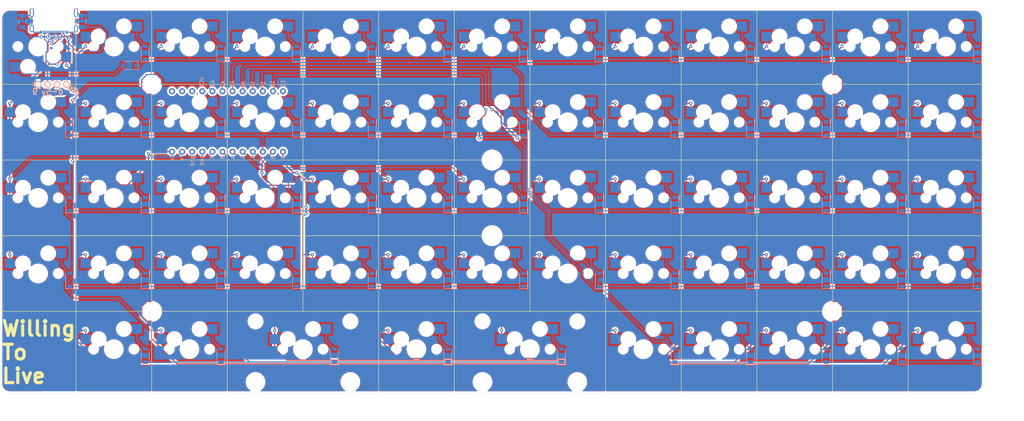
<source format=kicad_pcb>
(kicad_pcb (version 20211014) (generator pcbnew)
  (layers (0 "F.Cu" signal) (31 "B.Cu" signal) (34 "B.Paste" user) (35 "F.Paste" user) (36 "B.SilkS" user "B.Silkscreen") (37 "F.SilkS" user "F.Silkscreen") (38 "B.Mask" user) (39 "F.Mask" user) (44 "Edge.Cuts" user))
  (net 0 "")
  (net 1 "Net-(D1-Pad2)")
  (net 2 "Net-(D2-Pad2)")
  (net 3 "Net-(D3-Pad2)")
  (net 4 "Net-(D4-Pad2)")
  (net 5 "Net-(D5-Pad2)")
  (net 6 "Net-(D6-Pad2)")
  (net 7 "Net-(D7-Pad2)")
  (net 8 "Net-(D8-Pad2)")
  (net 9 "Net-(D9-Pad2)")
  (net 10 "Net-(D10-Pad2)")
  (net 11 "Net-(D11-Pad2)")
  (net 12 "Net-(D12-Pad2)")
  (net 13 "Net-(D13-Pad2)")
  (net 14 "Net-(D14-Pad2)")
  (net 15 "Net-(D15-Pad2)")
  (net 16 "Net-(D16-Pad2)")
  (net 17 "Net-(D17-Pad2)")
  (net 18 "Net-(D18-Pad2)")
  (net 19 "Net-(D19-Pad2)")
  (net 20 "Net-(D20-Pad2)")
  (net 21 "Net-(D21-Pad2)")
  (net 22 "Net-(D22-Pad2)")
  (net 23 "Net-(D23-Pad2)")
  (net 24 "Net-(D24-Pad2)")
  (net 25 "Net-(D25-Pad2)")
  (net 26 "Net-(D26-Pad2)")
  (net 27 "Net-(D27-Pad2)")
  (net 28 "Net-(D28-Pad2)")
  (net 29 "Net-(D29-Pad2)")
  (net 30 "Net-(D30-Pad2)")
  (net 31 "Net-(D31-Pad2)")
  (net 32 "Net-(D32-Pad2)")
  (net 33 "Net-(D33-Pad2)")
  (net 34 "Net-(D34-Pad2)")
  (net 35 "Net-(D35-Pad2)")
  (net 36 "Net-(D36-Pad2)")
  (net 37 "Net-(D37-Pad2)")
  (net 38 "Net-(D38-Pad2)")
  (net 39 "Net-(D39-Pad2)")
  (net 40 "Net-(D40-Pad2)")
  (net 41 "Net-(D41-Pad2)")
  (net 42 "Net-(D42-Pad2)")
  (net 43 "Net-(D43-Pad2)")
  (net 44 "Net-(D44-Pad2)")
  (net 45 "Net-(D45-Pad2)")
  (net 46 "Net-(D46-Pad2)")
  (net 47 "Net-(D47-Pad2)")
  (net 48 "Net-(D48-Pad2)")
  (net 49 "Net-(D49-Pad2)")
  (net 50 "Net-(D50-Pad2)")
  (net 51 "Net-(D51-Pad2)")
  (net 52 "Net-(D52-Pad2)")
  (net 53 "Net-(D53-Pad2)")
  (net 54 "Net-(D54-Pad2)")
  (net 55 "Net-(D55-Pad2)")
  (net 56 "Net-(D56-Pad2)")
  (net 57 "Net-(D57-Pad2)")
  (net 58 "Net-(D58-Pad2)")
  (net 59 "Net-(D59-Pad2)")
  (net 60 "Net-(D60-Pad2)")
  (net 61 "Net-(D61-Pad2)")
  (net 62 "Net-(D62-Pad2)")
  (net 63 "Net-(J1-PadB8)")
  (net 64 "Net-(J1-PadA8)")
  (net 65 "GND")
  (net 66 "VBUS")
  (net 67 "D+")
  (net 68 "D-")
  (net 69 "Net-(J1-PadA5)")
  (net 70 "Net-(J1-PadB5)")
  (net 71 "row1")
  (net 72 "row2")
  (net 73 "row3")
  (net 74 "row4")
  (net 75 "row5")
  (net 76 "row6")
  (net 77 "row7")
  (net 78 "row8")
  (net 79 "row9")
  (net 80 "row10")
  (net 81 "col1")
  (net 82 "col2")
  (net 83 "col3")
  (net 84 "col4")
  (net 85 "col5")
  (net 86 "col6")
  (net 87 "col7")
  (footprint "MX_Only:MXOnly-1U-Hotswap" (layer "F.Cu") (at 52.3875 33.3375)
    (fp_text reference "MX2")
    (fp_text value "MX-NoLED")
  )
  (footprint "MX_Only:MXOnly-1U-Hotswap" (layer "F.Cu") (at 71.4375 33.3375)
    (fp_text reference "MX3")
    (fp_text value "MX-NoLED")
  )
  (footprint "MX_Only:MXOnly-1U-Hotswap" (layer "F.Cu") (at 90.4875 33.3375)
    (fp_text reference "MX4")
    (fp_text value "MX-NoLED")
  )
  (footprint "MX_Only:MXOnly-1U-Hotswap" (layer "F.Cu") (at 109.5375 33.3375)
    (fp_text reference "MX5")
    (fp_text value "MX-NoLED")
  )
  (footprint "MX_Only:MXOnly-1U-Hotswap" (layer "F.Cu") (at 128.5875 33.3375)
    (fp_text reference "MX6")
    (fp_text value "MX-NoLED")
  )
  (footprint "MX_Only:MXOnly-1U-Hotswap" (layer "F.Cu") (at 147.6375 33.3375)
    (fp_text reference "MX7")
    (fp_text value "MX-NoLED")
  )
  (footprint "MX_Only:MXOnly-1U-Hotswap" (layer "F.Cu") (at 33.3375 52.3875)
    (fp_text reference "MX8")
    (fp_text value "MX-NoLED")
  )
  (footprint "MX_Only:MXOnly-1U-Hotswap" (layer "F.Cu") (at 52.3875 52.3875)
    (fp_text reference "MX9")
    (fp_text value "MX-NoLED")
  )
  (footprint "MX_Only:MXOnly-1U-Hotswap" (layer "F.Cu") (at 71.4375 52.3875)
    (fp_text reference "MX10")
    (fp_text value "MX-NoLED")
  )
  (footprint "MX_Only:MXOnly-1U-Hotswap" (layer "F.Cu") (at 90.4875 52.3875)
    (fp_text reference "MX11")
    (fp_text value "MX-NoLED")
  )
  (footprint "MX_Only:MXOnly-1U-Hotswap" (layer "F.Cu") (at 109.5375 52.3875)
    (fp_text reference "MX12")
    (fp_text value "MX-NoLED")
  )
  (footprint "MX_Only:MXOnly-1U-Hotswap" (layer "F.Cu") (at 128.5875 52.3875)
    (fp_text reference "MX13")
    (fp_text value "MX-NoLED")
  )
  (footprint "MX_Only:MXOnly-1U-Hotswap" (layer "F.Cu") (at 147.6375 52.3875)
    (fp_text reference "MX14")
    (fp_text value "MX-NoLED")
  )
  (footprint "MX_Only:MXOnly-1U-Hotswap" (layer "F.Cu") (at 33.3375 71.4375)
    (fp_text reference "MX15")
    (fp_text value "MX-NoLED")
  )
  (footprint "MX_Only:MXOnly-1U-Hotswap" (layer "F.Cu") (at 52.3875 71.4375)
    (fp_text reference "MX16")
    (fp_text value "MX-NoLED")
  )
  (footprint "MX_Only:MXOnly-1U-Hotswap" (layer "F.Cu") (at 71.4375 71.4375)
    (fp_text reference "MX17")
    (fp_text value "MX-NoLED")
  )
  (footprint "MX_Only:MXOnly-1U-Hotswap" (layer "F.Cu") (at 109.5375 71.4375)
    (fp_text reference "MX19")
    (fp_text value "MX-NoLED")
  )
  (footprint "MX_Only:MXOnly-1U-Hotswap" (layer "F.Cu") (at 128.5875 71.4375)
    (fp_text reference "MX20")
    (fp_text value "MX-NoLED")
  )
  (footprint "MX_Only:MXOnly-1U-Hotswap" (layer "F.Cu") (at 147.6375 71.4375)
    (fp_text reference "MX21")
    (fp_text value "MX-NoLED")
  )
  (footprint "MX_Only:MXOnly-1U-Hotswap" (layer "F.Cu") (at 33.3375 90.4875)
    (fp_text reference "MX22")
    (fp_text value "MX-NoLED")
  )
  (footprint "MX_Only:MXOnly-1U-Hotswap" (layer "F.Cu") (at 52.3875 90.4875)
    (fp_text reference "MX23")
    (fp_text value "MX-NoLED")
  )
  (footprint "MX_Only:MXOnly-1U-Hotswap" (layer "F.Cu") (at 71.4375 90.4875)
    (fp_text reference "MX24")
    (fp_text value "MX-NoLED")
  )
  (footprint "MX_Only:MXOnly-1U-Hotswap" (layer "F.Cu") (at 90.4875 90.4875)
    (fp_text reference "MX25")
    (fp_text value "MX-NoLED")
  )
  (footprint "MX_Only:MXOnly-1U-Hotswap" (layer "F.Cu") (at 109.5375 90.4875)
    (fp_text reference "MX26")
    (fp_text value "MX-NoLED")
  )
  (footprint "MX_Only:MXOnly-1U-Hotswap" (layer "F.Cu") (at 128.5875 90.4875)
    (fp_text reference "MX27")
    (fp_text value "MX-NoLED")
  )
  (footprint "MX_Only:MXOnly-1U-Hotswap" (layer "F.Cu") (at 147.6375 90.4875)
    (fp_text reference "MX28")
    (fp_text value "MX-NoLED")
  )
  (footprint "MX_Only:MXOnly-1U-Hotswap" (layer "F.Cu") (at 52.3875 109.5375)
    (fp_text reference "MX29")
    (fp_text value "MX-NoLED")
  )
  (footprint "MX_Only:MXOnly-1U-Hotswap" (layer "F.Cu") (at 71.4375 109.5375)
    (fp_text reference "MX30")
    (fp_text value "MX-NoLED")
  )
  (footprint "MX_Only:MXOnly-1U-Hotswap" (layer "F.Cu") (at 100.0125 109.5375)
    (fp_text reference "MX31")
    (fp_text value "MX-NoLED")
  )
  (footprint "MX_Only:MXOnly-1U-Hotswap" (layer "F.Cu") (at 128.5875 109.5375)
    (fp_text reference "MX32")
    (fp_text value "MX-NoLED")
  )
  (footprint "MX_Only:MXOnly-1U-Hotswap" (layer "F.Cu") (at 157.1625 109.5375)
    (fp_text reference "MX33")
    (fp_text value "MX-NoLED")
  )
  (footprint "MX_Only:MXOnly-1U-Hotswap" (layer "F.Cu") (at 261.9375 109.5375)
    (fp_text reference "MX34")
    (fp_text value "MX-NoLED")
  )
  (footprint "MX_Only:MXOnly-1U-Hotswap" (layer "F.Cu") (at 242.8875 109.5375)
    (fp_text reference "MX35")
    (fp_text value "MX-NoLED")
  )
  (footprint "MX_Only:MXOnly-1U-Hotswap" (layer "F.Cu") (at 223.8375 109.5375)
    (fp_text reference "MX36")
    (fp_text value "MX-NoLED")
  )
  (footprint "MX_Only:MXOnly-1U-Hotswap" (layer "F.Cu") (at 204.7875 109.5375)
    (fp_text reference "MX37")
    (fp_text value "MX-NoLED")
  )
  (footprint "MX_Only:MXOnly-1U-Hotswap" (layer "F.Cu") (at 185.7375 109.5375)
    (fp_text reference "MX38")
    (fp_text value "MX-NoLED")
  )
  (footprint "MX_Only:MXOnly-1U-Hotswap" (layer "F.Cu") (at 261.9375 90.4875)
    (fp_text reference "MX39")
    (fp_text value "MX-NoLED")
  )
  (footprint "MX_Only:MXOnly-1U-Hotswap" (layer "F.Cu") (at 242.8875 90.4875)
    (fp_text reference "MX40")
    (fp_text value "MX-NoLED")
  )
  (footprint "MX_Only:MXOnly-1U-Hotswap" (layer "F.Cu") (at 223.8375 90.4875)
    (fp_text reference "MX41")
    (fp_text value "MX-NoLED")
  )
  (footprint "MX_Only:MXOnly-1U-Hotswap" (layer "F.Cu") (at 204.7875 90.4875)
    (fp_text reference "MX42")
    (fp_text value "MX-NoLED")
  )
  (footprint "MX_Only:MXOnly-1U-Hotswap" (layer "F.Cu") (at 185.7375 90.4875)
    (fp_text reference "MX43")
    (fp_text value "MX-NoLED")
  )
  (footprint "MX_Only:MXOnly-1U-Hotswap" (layer "F.Cu") (at 166.6875 90.4875)
    (fp_text reference "MX44")
    (fp_text value "MX-NoLED")
  )
  (footprint "MX_Only:MXOnly-1U-Hotswap" (layer "F.Cu") (at 261.9375 71.4375)
    (fp_text reference "MX45")
    (fp_text value "MX-NoLED")
  )
  (footprint "MX_Only:MXOnly-1U-Hotswap" (layer "F.Cu") (at 242.8875 71.4375)
    (fp_text reference "MX46")
    (fp_text value "MX-NoLED")
  )
  (footprint "MX_Only:MXOnly-1U-Hotswap" (layer "F.Cu") (at 223.8375 71.4375)
    (fp_text reference "MX47")
    (fp_text value "MX-NoLED")
  )
  (footprint "MX_Only:MXOnly-1U-Hotswap" (layer "F.Cu") (at 204.7875 71.4375)
    (fp_text reference "MX48")
    (fp_text value "MX-NoLED")
  )
  (footprint "MX_Only:MXOnly-1U-Hotswap" (layer "F.Cu") (at 185.7375 71.4375)
    (fp_text reference "MX49")
    (fp_text value "MX-NoLED")
  )
  (footprint "MX_Only:MXOnly-1U-Hotswap" (layer "F.Cu") (at 166.6875 71.4375)
    (fp_text reference "MX50")
    (fp_text value "MX-NoLED")
  )
  (footprint "MX_Only:MXOnly-1U-Hotswap" (layer "F.Cu") (at 261.9375 52.3875)
    (fp_text reference "MX51")
    (fp_text value "MX-NoLED")
  )
  (footprint "MX_Only:MXOnly-1U-Hotswap" (layer "F.Cu") (at 242.8875 52.3875)
    (fp_text reference "MX52")
    (fp_text value "MX-NoLED")
  )
  (footprint "MX_Only:MXOnly-1U-Hotswap" (layer "F.Cu") (at 223.8375 52.3875)
    (fp_text reference "MX53")
    (fp_text value "MX-NoLED")
  )
  (footprint "MX_Only:MXOnly-1U-Hotswap" (layer "F.Cu") (at 204.7875 52.3875)
    (fp_text reference "MX54")
    (fp_text value "MX-NoLED")
  )
  (footprint "MX_Only:MXOnly-1U-Hotswap" (layer "F.Cu") (at 185.7375 52.3875)
    (fp_text reference "MX55")
    (fp_text value "MX-NoLED")
  )
  (footprint "MX_Only:MXOnly-1U-Hotswap" (layer "F.Cu") (at 166.6875 52.3875)
    (fp_text reference "MX56")
    (fp_text value "MX-NoLED")
  )
  (footprint "MX_Only:MXOnly-1U-Hotswap" (layer "F.Cu") (at 261.9375 33.3375)
    (fp_text reference "MX57")
    (fp_text value "MX-NoLED")
  )
  (footprint "MX_Only:MXOnly-1U-Hotswap" (layer "F.Cu") (at 242.8875 33.3375)
    (fp_text reference "MX58")
    (fp_text value "MX-NoLED")
  )
  (footprint "MX_Only:MXOnly-1U-Hotswap" (layer "F.Cu") (at 223.8375 33.3375)
    (fp_text reference "MX59")
    (fp_text value "MX-NoLED")
  )
  (footprint "MX_Only:MXOnly-1U-Hotswap" (layer "F.Cu") (at 204.7875 33.3375)
    (fp_text reference "MX60")
    (fp_text value "MX-NoLED")
  )
  (footprint "MX_Only:MXOnly-1U-Hotswap" (layer "F.Cu") (at 185.7375 33.3375)
    (fp_text reference "MX61")
    (fp_text value "MX-NoLED")
  )
  (footprint "MX_Only:MXOnly-1U-Hotswap" (layer "F.Cu") (at 166.6875 33.3375)
    (fp_text reference "MX62")
    (fp_text value "MX-NoLED")
  )
  (footprint "kbd:ProMicro_v3" (layer "F.Cu") (at 81.534 52.197 90)
    (fp_text reference "U1" hide)
    (fp_text value "ProMicro_r" hide)
  )
  (footprint "MX_Only:MXOnly-1U-Hotswap" (layer "F.Cu") (at 90.4875 71.4375)
    (fp_text reference "MX18")
    (fp_text value "MX-NoLED")
  )
  (footprint "MX_Only:MXOnly-1U-Hotswap" (layer "F.Cu") (at 33.3375 33.3375 180)
    (fp_text reference "MX1")
    (fp_text value "MX-NoLED")
  )
  (footprint "Keebio-Parts:SinglePad" (layer "F.Cu") (at 35.71875 42.8625)
    (fp_text reference "J6" hide)
    (fp_text value "D2" hide)
  )
  (footprint "Keebio-Parts:SinglePad" (layer "F.Cu") (at 33.3375 42.8625)
    (fp_text reference "J6" hide)
    (fp_text value "D2" hide)
  )
  (footprint "kbd:M2_HOLE_v2" (layer "F.Cu") (at 233.3625 100.0125)
    (fp_text reference "Ref**" hide)
    (fp_text value "Val**" hide)
  )
  (footprint "kbd:M2_HOLE_v2" (layer "F.Cu") (at 233.3625 42.8625)
    (fp_text reference "Ref**" hide)
    (fp_text value "Val**" hide)
  )
  (footprint "kbd:M2_HOLE_v2" (layer "F.Cu") (at 61.9125 42.8625)
    (fp_text reference "Ref**" hide)
    (fp_text value "Val**" hide)
  )
  (footprint "kbd:M2_HOLE_v2" (layer "F.Cu") (at 61.9125 100.0125)
    (fp_text reference "Ref**" hide)
    (fp_text value "Val**" hide)
  )
  (footprint "kbd:M2_HOLE_v2" (layer "F.Cu") (at 147.6375 61.9125)
    (fp_text reference "Ref**" hide)
    (fp_text value "Val**" hide)
  )
  (footprint "kbd:M2_HOLE_v2" (layer "F.Cu") (at 147.6375 80.9625)
    (fp_text reference "Ref**" hide)
    (fp_text value "Val**" hide)
  )
  (footprint "Keebio-Parts:SinglePad" (layer "F.Cu") (at 40.48125 42.8625)
    (fp_text reference "J6" hide)
    (fp_text value "D2" hide)
  )
  (footprint "Keebio-Parts:SinglePad" (layer "F.Cu") (at 38.1 42.8625)
    (fp_text reference "J6" hide)
    (fp_text value "D2" hide)
  )
  (footprint "Diode_SMD:D_SOD-123" (layer "B.Cu") (at 56.35625 38.1 180)
    (fp_text reference "D1" hide)
    (fp_text value "1N5819 SOD-123" hide)
  )
  (footprint "Diode_SMD:D_SOD-123" (layer "B.Cu") (at 60.325 34.925 90)
    (fp_text reference "D2" hide)
    (fp_text value "1N5819 SOD-123" hide)
  )
  (footprint "Diode_SMD:D_SOD-123" (layer "B.Cu") (at 79.375 34.8625 90)
    (fp_text reference "D3" hide)
    (fp_text value "1N5819 SOD-123" hide)
  )
  (footprint "Diode_SMD:D_SOD-123" (layer "B.Cu") (at 98.425 34.925 90)
    (fp_text reference "D4" hide)
    (fp_text value "1N5819 SOD-123" hide)
  )
  (footprint "Diode_SMD:D_SOD-123" (layer "B.Cu") (at 117.475 34.925 90)
    (fp_text reference "D5" hide)
    (fp_text value "1N5819 SOD-123" hide)
  )
  (footprint "Diode_SMD:D_SOD-123" (layer "B.Cu") (at 136.525 34.925 90)
    (fp_text reference "D6" hide)
    (fp_text value "1N5819 SOD-123" hide)
  )
  (footprint "Diode_SMD:D_SOD-123" (layer "B.Cu") (at 155.575 34.925 90)
    (fp_text reference "D7" hide)
    (fp_text value "1N5819 SOD-123" hide)
  )
  (footprint "Diode_SMD:D_SOD-123" (layer "B.Cu") (at 41.275 53.975 90)
    (fp_text reference "D8" hide)
    (fp_text value "1N5819 SOD-123" hide)
  )
  (footprint "Diode_SMD:D_SOD-123" (layer "B.Cu") (at 60.325 53.975 90)
    (fp_text reference "D9" hide)
    (fp_text value "1N5819 SOD-123" hide)
  )
  (footprint "Diode_SMD:D_SOD-123" (layer "B.Cu") (at 79.375 53.975 90)
    (fp_text reference "D10" hide)
    (fp_text value "1N5819 SOD-123" hide)
  )
  (footprint "Diode_SMD:D_SOD-123" (layer "B.Cu") (at 98.425 53.975 90)
    (fp_text reference "D11" hide)
    (fp_text value "1N5819 SOD-123" hide)
  )
  (footprint "Diode_SMD:D_SOD-123" (layer "B.Cu") (at 117.475 53.975 90)
    (fp_text reference "D12" hide)
    (fp_text value "1N5819 SOD-123" hide)
  )
  (footprint "Diode_SMD:D_SOD-123" (layer "B.Cu") (at 136.525 53.975 90)
    (fp_text reference "D13" hide)
    (fp_text value "1N5819 SOD-123" hide)
  )
  (footprint "Diode_SMD:D_SOD-123" (layer "B.Cu") (at 155.575 54.0375 90)
    (fp_text reference "D14" hide)
    (fp_text value "1N5819 SOD-123" hide)
  )
  (footprint "Diode_SMD:D_SOD-123" (layer "B.Cu") (at 41.275 73.025 90)
    (fp_text reference "D15" hide)
    (fp_text value "1N5819 SOD-123" hide)
  )
  (footprint "Diode_SMD:D_SOD-123" (layer "B.Cu") (at 60.325 73.025 90)
    (fp_text reference "D16" hide)
    (fp_text value "1N5819 SOD-123" hide)
  )
  (footprint "Diode_SMD:D_SOD-123" (layer "B.Cu") (at 79.375 73.025 90)
    (fp_text reference "D17" hide)
    (fp_text value "1N5819 SOD-123" hide)
  )
  (footprint "Diode_SMD:D_SOD-123" (layer "B.Cu") (at 98.425 73.025 90)
    (fp_text reference "D18" hide)
    (fp_text value "1N5819 SOD-123" hide)
  )
  (footprint "Diode_SMD:D_SOD-123" (layer "B.Cu") (at 117.475 73.025 90)
    (fp_text reference "D19" hide)
    (fp_text value "1N5819 SOD-123" hide)
  )
  (footprint "Diode_SMD:D_SOD-123" (layer "B.Cu") (at 136.525 73.025 90)
    (fp_text reference "D20" hide)
    (fp_text value "1N5819 SOD-123" hide)
  )
  (footprint "Diode_SMD:D_SOD-123" (layer "B.Cu") (at 155.575 73.025 90)
    (fp_text reference "D21" hide)
    (fp_text value "1N5819 SOD-123" hide)
  )
  (footprint "Diode_SMD:D_SOD-123" (layer "B.Cu") (at 41.275 92.075 90)
    (fp_text reference "D22" hide)
    (fp_text value "1N5819 SOD-123" hide)
  )
  (footprint "Diode_SMD:D_SOD-123" (layer "B.Cu") (at 60.325 92.075 90)
    (fp_text reference "D23" hide)
    (fp_text value "1N5819 SOD-123" hide)
  )
  (footprint "Diode_SMD:D_SOD-123" (layer "B.Cu") (at 79.375 92.075 90)
    (fp_text reference "D24" hide)
    (fp_text value "1N5819 SOD-123" hide)
  )
  (footprint "Diode_SMD:D_SOD-123" (layer "B.Cu") (at 98.425 92.075 90)
    (fp_text reference "D25" hide)
    (fp_text value "1N5819 SOD-123" hide)
  )
  (footprint "Diode_SMD:D_SOD-123" (layer "B.Cu") (at 117.475 92.075 90)
    (fp_text reference "D26" hide)
    (fp_text value "1N5819 SOD-123" hide)
  )
  (footprint "Diode_SMD:D_SOD-123" (layer "B.Cu") (at 136.525 92.075 90)
    (fp_text reference "D27" hide)
    (fp_text value "1N5819 SOD-123" hide)
  )
  (footprint "Diode_SMD:D_SOD-123" (layer "B.Cu") (at 155.575 92.075 90)
    (fp_text reference "D28" hide)
    (fp_text value "1N5819 SOD-123" hide)
  )
  (footprint "Diode_SMD:D_SOD-123" (layer "B.Cu") (at 60.325 111.125 90)
    (fp_text reference "D29" hide)
    (fp_text value "1N5819 SOD-123" hide)
  )
  (footprint "Diode_SMD:D_SOD-123" (layer "B.Cu") (at 79.375 111.125 90)
    (fp_text reference "D30" hide)
    (fp_text value "1N5819 SOD-123" hide)
  )
  (footprint "Diode_SMD:D_SOD-123" (layer "B.Cu") (at 107.95 111.125 90)
    (fp_text reference "D31" hide)
    (fp_text value "1N5819 SOD-123" hide)
  )
  (footprint "Diode_SMD:D_SOD-123" (layer "B.Cu") (at 136.525 111.125 90)
    (fp_text reference "D32" hide)
    (fp_text value "1N5819 SOD-123" hide)
  )
  (footprint "Diode_SMD:D_SOD-123" (layer "B.Cu") (at 165.1 111.125 90)
    (fp_text reference "D33" hide)
    (fp_text value "1N5819 SOD-123" hide)
  )
  (footprint "Diode_SMD:D_SOD-123" (layer "B.Cu") (at 269.875 111.125 90)
    (fp_text reference "D34" hide)
    (fp_text value "1N5819 SOD-123" hide)
  )
  (footprint "Diode_SMD:D_SOD-123" (layer "B.Cu") (at 250.825 111.125 90)
    (fp_text reference "D35" hide)
    (fp_text value "1N5819 SOD-123" hide)
  )
  (footprint "Diode_SMD:D_SOD-123" (layer "B.Cu") (at 231.775 111.125 90)
    (fp_text reference "D36" hide)
    (fp_text value "1N5819 SOD-123" hide)
  )
  (footprint "Diode_SMD:D_SOD-123" (layer "B.Cu") (at 212.725 111.125 90)
    (fp_text reference "D37" hide)
    (fp_text value "1N5819 SOD-123" hide)
  )
  (footprint "Diode_SMD:D_SOD-123" (layer "B.Cu") (at 193.675 111.125 90)
    (fp_text reference "D38" hide)
    (fp_text value "1N5819 SOD-123" hide)
  )
  (footprint "Diode_SMD:D_SOD-123" (layer "B.Cu") (at 269.875 92.075 90)
    (fp_text reference "D39" hide)
    (fp_text value "1N5819 SOD-123" hide)
  )
  (footprint "Diode_SMD:D_SOD-123" (layer "B.Cu") (at 250.825 92.075 90)
    (fp_text reference "D40" hide)
    (fp_text value "1N5819 SOD-123" hide)
  )
  (footprint "Diode_SMD:D_SOD-123" (layer "B.Cu") (at 231.775 92.075 90)
    (fp_text reference "D41" hide)
    (fp_text value "1N5819 SOD-123" hide)
  )
  (footprint "Diode_SMD:D_SOD-123" (layer "B.Cu") (at 212.725 92.075 90)
    (fp_text reference "D42" hide)
    (fp_text value "1N5819 SOD-123" hide)
  )
  (footprint "Diode_SMD:D_SOD-123" (layer "B.Cu") (at 193.675 92.075 90)
    (fp_text reference "D43" hide)
    (fp_text value "1N5819 SOD-123" hide)
  )
  (footprint "Diode_SMD:D_SOD-123" (layer "B.Cu") (at 174.625 92.075 90)
    (fp_text reference "D44" hide)
    (fp_text value "1N5819 SOD-123" hide)
  )
  (footprint "Diode_SMD:D_SOD-123" (layer "B.Cu") (at 269.875 73.025 90)
    (fp_text reference "D45" hide)
    (fp_text value "1N5819 SOD-123" hide)
  )
  (footprint "Diode_SMD:D_SOD-123" (layer "B.Cu") (at 250.825 73.025 90)
    (fp_text reference "D46" hide)
    (fp_text value "1N5819 SOD-123" hide)
  )
  (footprint "Diode_SMD:D_SOD-123" (layer "B.Cu") (at 231.775 73.025 90)
    (fp_text reference "D47" hide)
    (fp_text value "1N5819 SOD-123" hide)
  )
  (footprint "Diode_SMD:D_SOD-123" (layer "B.Cu") (at 212.725 73.025 90)
    (fp_text reference "D48" hide)
    (fp_text value "1N5819 SOD-123" hide)
  )
  (footprint "Diode_SMD:D_SOD-123" (layer "B.Cu") (at 193.675 73.025 90)
    (fp_text reference "D49" hide)
    (fp_text value "1N5819 SOD-123" hide)
  )
  (footprint "Diode_SMD:D_SOD-123" (layer "B.Cu") (at 174.625 73.025 90)
    (fp_text reference "D50" hide)
    (fp_text value "1N5819 SOD-123" hide)
  )
  (footprint "Diode_SMD:D_SOD-123" (layer "B.Cu") (at 269.875 53.975 90)
    (fp_text reference "D51" hide)
    (fp_text value "1N5819 SOD-123" hide)
  )
  (footprint "Diode_SMD:D_SOD-123" (layer "B.Cu") (at 250.825 53.975 90)
    (fp_text reference "D52" hide)
    (fp_text value "1N5819 SOD-123" hide)
  )
  (footprint "Diode_SMD:D_SOD-123" (layer "B.Cu") (at 231.775 53.975 90)
    (fp_text reference "D53" hide)
    (fp_text value "1N5819 SOD-123" hide)
  )
  (footprint "Diode_SMD:D_SOD-123" (layer "B.Cu") (at 212.725 53.975 90)
    (fp_text reference "D54" hide)
    (fp_text value "1N5819 SOD-123" hide)
  )
  (footprint "Diode_SMD:D_SOD-123" (layer "B.Cu") (at 193.675 53.975 90)
    (fp_text reference "D55" hide)
    (fp_text value "1N5819 SOD-123" hide)
  )
  (footprint "Diode_SMD:D_SOD-123" (layer "B.Cu") (at 174.625 53.975 90)
    (fp_text reference "D56" hide)
    (fp_text value "1N5819 SOD-123" hide)
  )
  (footprint "Diode_SMD:D_SOD-123" (layer "B.Cu") (at 269.875 34.925 90)
    (fp_text reference "D57" hide)
    (fp_text value "1N5819 SOD-123" hide)
  )
  (footprint "Diode_SMD:D_SOD-123" (layer "B.Cu") (at 250.825 34.925 90)
    (fp_text reference "D58" hide)
    (fp_text value "1N5819 SOD-123" hide)
  )
  (footprint "Diode_SMD:D_SOD-123" (layer "B.Cu") (at 231.775 34.925 90)
    (fp_text reference "D59" hide)
    (fp_text value "1N5819 SOD-123" hide)
  )
  (footprint "Diode_SMD:D_SOD-123" (layer "B.Cu") (at 212.725 34.925 90)
    (fp_text reference "D60" hide)
    (fp_text value "1N5819 SOD-123" hide)
  )
  (footprint "Diode_SMD:D_SOD-123" (layer "B.Cu") (at 193.675 34.925 90)
    (fp_text reference "D61" hide)
    (fp_text value "1N5819 SOD-123" hide)
  )
  (footprint "Diode_SMD:D_SOD-123" (layer "B.Cu") (at 174.625 34.925 90)
    (fp_text reference "D62" hide)
    (fp_text value "1N5819 SOD-123" hide)
  )
  (footprint "nrfmicro:USB-C_C168688" (layer "B.Cu") (at 37.30625 22.733 180)
    (fp_text reference "J1" hide)
    (fp_text value "USB_C_Receptacle_USB2.0")
  )
  (footprint "Resistor_SMD:R_1206_3216Metric" (layer "B.Cu") (at 44.45 26.9875 -90)
    (fp_text reference "R2" hide)
    (fp_text value "1206 5.1k")
  )
  (footprint "Resistor_SMD:R_1206_3216Metric" (layer "B.Cu") (at 29.36875 26.9875 -90)
    (fp_text reference "R1" hide)
    (fp_text value "1206 5.1k")
  )
  (gr_line (start 252.4125 23.8125) (end 252.4125 120.65) (layer "F.SilkS") (width 0.12))
  (gr_line (start 23.8125 100.0125) (end 271.4625 100.0125) (layer "F.SilkS") (width 0.12))
  (gr_line (start 42.8625 23.8125) (end 42.8625 120.65) (layer "F.SilkS") (width 0.12))
  (gr_line (start 138.1125 23.8125) (end 138.1125 120.65) (layer "F.SilkS") (width 0.12))
  (gr_line (start 157.1625 23.8125) (end 157.1625 100.0125) (layer "F.SilkS") (width 0.12))
  (gr_line (start 80.9625 23.8125) (end 80.9625 120.65) (layer "F.SilkS") (width 0.12))
  (gr_line (start 61.9125 23.8125) (end 61.9125 120.65) (layer "F.SilkS") (width 0.12))
  (gr_line (start 23.8125 80.9625) (end 271.4625 80.9625) (layer "F.SilkS") (width 0.12))
  (gr_line (start 100.0125 100.0125) (end 100.0125 23.8125) (layer "F.SilkS") (width 0.12))
  (gr_line (start 233.3625 23.8125) (end 233.3625 120.65) (layer "F.SilkS") (width 0.12))
  (gr_line (start 119.0625 23.8125) (end 119.0625 120.65) (layer "F.SilkS") (width 0.12))
  (gr_line (start 214.3125 23.8125) (end 214.3125 120.65) (layer "F.SilkS") (width 0.12))
  (gr_line (start 23.8125 61.9125) (end 271.4625 61.9125) (layer "F.SilkS") (width 0.12))
  (gr_line (start 195.2625 23.8125) (end 195.2625 120.65) (layer "F.SilkS") (width 0.12))
  (gr_line (start 23.8125 42.8625) (end 271.4625 42.8625) (layer "F.SilkS") (width 0.12))
  (gr_line (start 176.2125 23.8125) (end 176.2125 120.65) (layer "F.SilkS") (width 0.12))
  (gr_line (start 26.19375 23.8125) (end 28.956467 23.812275) (layer "Edge.Cuts") (width 0.05))
  (gr_line (start 26.9875 120.65) (end 269.08125 120.65) (layer "Edge.Cuts") (width 0.05))
  (gr_line (start 26.19375 120.65) (end 26.9875 120.65) (layer "Edge.Cuts") (width 0.05))
  (gr_line (start 28.956467 23.812275) (end 32.54375 23.8125) (layer "Edge.Cuts") (width 0.05))
  (gr_line (start 42.06875 23.8125) (end 269.08125 23.8125) (layer "Edge.Cuts") (width 0.05))
  (gr_line (start 32.54375 29.36875) (end 42.06875 29.36875) (layer "Edge.Cuts") (width 0.05))
  (gr_arc (start 271.4625 118.26875) (mid 270.765048 119.952548) (end 269.08125 120.65) (layer "Edge.Cuts") (width 0.05))
  (gr_line (start 271.4625 26.19375) (end 271.4625 118.26875) (layer "Edge.Cuts") (width 0.05))
  (gr_arc (start 269.08125 23.8125) (mid 270.765048 24.509952) (end 271.4625 26.19375) (layer "Edge.Cuts") (width 0.05))
  (gr_line (start 42.06875 29.36875) (end 42.06875 23.8125) (layer "Edge.Cuts") (width 0.05))
  (gr_line (start 23.8125 26.19375) (end 23.8125 118.26875) (layer "Edge.Cuts") (width 0.05))
  (gr_arc (start 23.8125 26.19375) (mid 24.509952 24.509952) (end 26.19375 23.8125) (layer "Edge.Cuts") (width 0.05))
  (gr_arc (start 26.19375 120.65) (mid 24.509952 119.952548) (end 23.8125 118.26875) (layer "Edge.Cuts") (width 0.05))
  (gr_line (start 32.54375 23.8125) (end 32.54375 29.36875) (layer "Edge.Cuts") (width 0.05))
  (gr_text "62" (at 38.89375 116.68125) (layer "F.Cu") (effects (font (size 3.7 3.7) (thickness 0.8))))
  (gr_text "d+" (at 41.91 44.196) (layer "B.SilkS") (effects (font (size 1.5 1.5) (thickness 0.3)) (justify mirror)))
  (gr_text "5v" (at 35.433 44.831) (layer "B.SilkS") (effects (font (size 1.5 1.5) (thickness 0.3)) (justify mirror)))
  (gr_text "d-" (at 38.1 44.577) (layer "B.SilkS") (effects (font (size 1.5 1.5) (thickness 0.3)) (justify mirror)))
  (gr_text "g" (at 32.512 44.196) (layer "B.SilkS") (effects (font (size 1.5 1.5) (thickness 0.3)) (justify mirror)))
  (gr_text "Willing\nTo\nLive" (at 23.8125 110.33125) (layer "F.SilkS") (effects (font (size 3.7 3.7) (thickness 0.8)) (justify left)))
  (segment (start 29.320501 40.242501) (end 27.4955 38.4175) (width 0.25) (layer "B.Cu") (net 1))
  (segment (start 54.70625 38.1) (end 52.563749 40.242501) (width 0.25) (layer "B.Cu") (net 1))
  (segment (start 52.563749 40.242501) (end 29.320501 40.242501) (width 0.25) (layer "B.Cu") (net 1))
  (segment (start 58.2295 28.2575) (end 58.2295 31.1795) (width 0.25) (layer "B.Cu") (net 2))
  (segment (start 58.2295 31.1795) (end 60.325 33.275) (width 0.25) (layer "B.Cu") (net 2))
  (segment (start 60.325 33.275) (end 60.325 33.3375) (width 0.25) (layer "B.Cu") (net 2))
  (segment (start 77.2795 31.117) (end 79.375 33.2125) (width 0.25) (layer "B.Cu") (net 3))
  (segment (start 77.2795 28.2575) (end 77.2795 31.117) (width 0.25) (layer "B.Cu") (net 3))
  (segment (start 96.3295 28.2575) (end 96.3295 31.1795) (width 0.25) (layer "B.Cu") (net 4))
  (segment (start 96.3295 31.1795) (end 98.425 33.275) (width 0.25) (layer "B.Cu") (net 4))
  (segment (start 115.3795 28.2575) (end 115.3795 31.1795) (width 0.25) (layer "B.Cu") (net 5))
  (segment (start 115.3795 31.1795) (end 117.475 33.275) (width 0.25) (layer "B.Cu") (net 5))
  (segment (start 134.4295 31.1795) (end 136.525 33.275) (width 0.25) (layer "B.Cu") (net 6))
  (segment (start 134.4295 28.2575) (end 134.4295 31.1795) (width 0.25) (layer "B.Cu") (net 6))
  (segment (start 153.4795 31.1795) (end 155.575 33.275) (width 0.25) (layer "B.Cu") (net 7))
  (segment (start 153.4795 28.2575) (end 153.4795 31.1795) (width 0.25) (layer "B.Cu") (net 7))
  (segment (start 39.1795 50.2295) (end 41.275 52.325) (width 0.25) (layer "B.Cu") (net 8))
  (segment (start 39.1795 47.3075) (end 39.1795 50.2295) (width 0.25) (layer "B.Cu") (net 8))
  (segment (start 58.2295 50.2295) (end 60.325 52.325) (width 0.25) (layer "B.Cu") (net 9))
  (segment (start 58.2295 47.3075) (end 58.2295 50.2295) (width 0.25) (layer "B.Cu") (net 9))
  (segment (start 77.2795 47.3075) (end 77.2795 50.2295) (width 0.25) (layer "B.Cu") (net 10))
  (segment (start 77.2795 50.2295) (end 79.375 52.325) (width 0.25) (layer "B.Cu") (net 10))
  (segment (start 96.3295 50.2295) (end 98.425 52.325) (width 0.25) (layer "B.Cu") (net 11))
  (segment (start 96.3295 47.3075) (end 96.3295 50.2295) (width 0.25) (layer "B.Cu") (net 11))
  (segment (start 115.3795 47.3075) (end 115.3795 50.2295) (width 0.25) (layer "B.Cu") (net 12))
  (segment (start 115.3795 50.2295) (end 117.475 52.325) (width 0.25) (layer "B.Cu") (net 12))
  (segment (start 134.4295 47.3075) (end 134.4295 50.2295) (width 0.25) (layer "B.Cu") (net 13))
  (segment (start 134.4295 50.2295) (end 136.525 52.325) (width 0.25) (layer "B.Cu") (net 13))
  (segment (start 153.4795 47.3075) (end 153.4795 50.292) (width 0.25) (layer "B.Cu") (net 14))
  (segment (start 153.4795 50.292) (end 155.575 52.3875) (width 0.25) (layer "B.Cu") (net 14))
  (segment (start 39.1795 66.3575) (end 39.1795 69.2795) (width 0.25) (layer "B.Cu") (net 15))
  (segment (start 39.1795 69.2795) (end 41.275 71.375) (width 0.25) (layer "B.Cu") (net 15))
  (segment (start 58.2295 69.2795) (end 60.325 71.375) (width 0.25) (layer "B.Cu") (net 16))
  (segment (start 58.2295 66.3575) (end 58.2295 69.2795) (width 0.25) (layer "B.Cu") (net 16))
  (segment (start 77.2795 66.3575) (end 77.2795 69.2795) (width 0.25) (layer "B.Cu") (net 17))
  (segment (start 77.2795 69.2795) (end 79.375 71.375) (width 0.25) (layer "B.Cu") (net 17))
  (segment (start 96.3295 66.3575) (end 96.3295 69.2795) (width 0.25) (layer "B.Cu") (net 18))
  (segment (start 96.3295 69.2795) (end 98.425 71.375) (width 0.25) (layer "B.Cu") (net 18))
  (segment (start 115.3795 69.2795) (end 117.475 71.375) (width 0.25) (layer "B.Cu") (net 19))
  (segment (start 115.3795 66.3575) (end 115.3795 69.2795) (width 0.25) (layer "B.Cu") (net 19))
  (segment (start 134.4295 69.2795) (end 136.525 71.375) (width 0.25) (layer "B.Cu") (net 20))
  (segment (start 134.4295 66.3575) (end 134.4295 69.2795) (width 0.25) (layer "B.Cu") (net 20))
  (segment (start 153.4795 69.2795) (end 155.575 71.375) (width 0.25) (layer "B.Cu") (net 21))
  (segment (start 153.4795 66.3575) (end 153.4795 69.2795) (width 0.25) (layer "B.Cu") (net 21))
  (segment (start 39.1795 85.4075) (end 39.1795 88.3295) (width 0.25) (layer "B.Cu") (net 22))
  (segment (start 39.1795 88.3295) (end 41.275 90.425) (width 0.25) (layer "B.Cu") (net 22))
  (segment (start 58.2295 88.3295) (end 60.325 90.425) (width 0.25) (layer "B.Cu") (net 23))
  (segment (start 58.2295 85.4075) (end 58.2295 88.3295) (width 0.25) (layer "B.Cu") (net 23))
  (segment (start 77.2795 85.4075) (end 77.2795 88.3295) (width 0.25) (layer "B.Cu") (net 24))
  (segment (start 77.2795 88.3295) (end 79.375 90.425) (width 0.25) (layer "B.Cu") (net 24))
  (segment (start 96.3295 88.3295) (end 98.425 90.425) (width 0.25) (layer "B.Cu") (net 25))
  (segment (start 96.3295 85.4075) (end 96.3295 88.3295) (width 0.25) (layer "B.Cu") (net 25))
  (segment (start 115.3795 85.4075) (end 115.3795 88.3295) (width 0.25) (layer "B.Cu") (net 26))
  (segment (start 115.3795 88.3295) (end 117.475 90.425) (width 0.25) (layer "B.Cu") (net 26))
  (segment (start 134.4295 85.4075) (end 134.4295 88.3295) (width 0.25) (layer "B.Cu") (net 27))
  (segment (start 134.4295 88.3295) (end 136.525 90.425) (width 0.25) (layer "B.Cu") (net 27))
  (segment (start 153.4795 85.4075) (end 153.4795 88.3295) (width 0.25) (layer "B.Cu") (net 28))
  (segment (start 153.4795 88.3295) (end 155.575 90.425) (width 0.25) (layer "B.Cu") (net 28))
  (segment (start 58.2295 107.3795) (end 60.325 109.475) (width 0.25) (layer "B.Cu") (net 29))
  (segment (start 58.2295 104.4575) (end 58.2295 107.3795) (width 0.25) (layer "B.Cu") (net 29))
  (segment (start 77.2795 104.4575) (end 77.2795 107.3795) (width 0.25) (layer "B.Cu") (net 30))
  (segment (start 77.2795 107.3795) (end 79.375 109.475) (width 0.25) (layer "B.Cu") (net 30))
  (segment (start 105.8545 104.4575) (end 105.8545 107.3795) (width 0.25) (layer "B.Cu") (net 31))
  (segment (start 105.8545 107.3795) (end 107.95 109.475) (width 0.25) (layer "B.Cu") (net 31))
  (segment (start 134.4295 107.3795) (end 136.525 109.475) (width 0.25) (layer "B.Cu") (net 32))
  (segment (start 134.4295 104.4575) (end 134.4295 107.3795) (width 0.25) (layer "B.Cu") (net 32))
  (segment (start 163.0045 107.3795) (end 165.1 109.475) (width 0.25) (layer "B.Cu") (net 33))
  (segment (start 163.0045 104.4575) (end 163.0045 107.3795) (width 0.25) (layer "B.Cu") (net 33))
  (segment (start 267.7795 107.3795) (end 269.875 109.475) (width 0.25) (layer "B.Cu") (net 34))
  (segment (start 267.7795 104.4575) (end 267.7795 107.3795) (width 0.25) (layer "B.Cu") (net 34))
  (segment (start 248.7295 107.3795) (end 250.825 109.475) (width 0.25) (layer "B.Cu") (net 35))
  (segment (start 248.7295 104.4575) (end 248.7295 107.3795) (width 0.25) (layer "B.Cu") (net 35))
  (segment (start 229.6795 107.3795) (end 231.775 109.475) (width 0.25) (layer "B.Cu") (net 36))
  (segment (start 229.6795 104.4575) (end 229.6795 107.3795) (width 0.25) (layer "B.Cu") (net 36))
  (segment (start 210.6295 104.4575) (end 210.6295 107.3795) (width 0.25) (layer "B.Cu") (net 37))
  (segment (start 210.6295 107.3795) (end 212.725 109.475) (width 0.25) (layer "B.Cu") (net 37))
  (segment (start 191.5795 104.4575) (end 191.5795 107.3795) (width 0.25) (layer "B.Cu") (net 38))
  (segment (start 191.5795 107.3795) (end 193.675 109.475) (width 0.25) (layer "B.Cu") (net 38))
  (segment (start 267.7795 85.4075) (end 267.7795 88.3295) (width 0.25) (layer "B.Cu") (net 39))
  (segment (start 267.7795 88.3295) (end 269.875 90.425) (width 0.25) (layer "B.Cu") (net 39))
  (segment (start 248.7295 85.4075) (end 248.7295 88.3295) (width 0.25) (layer "B.Cu") (net 40))
  (segment (start 248.7295 88.3295) (end 250.825 90.425) (width 0.25) (layer "B.Cu") (net 40))
  (segment (start 229.6795 85.4075) (end 229.6795 88.3295) (width 0.25) (layer "B.Cu") (net 41))
  (segment (start 229.6795 88.3295) (end 231.775 90.425) (width 0.25) (layer "B.Cu") (net 41))
  (segment (start 210.6295 85.4075) (end 210.6295 88.3295) (width 0.25) (layer "B.Cu") (net 42))
  (segment (start 210.6295 88.3295) (end 212.725 90.425) (width 0.25) (layer "B.Cu") (net 42))
  (segment (start 191.5795 88.3295) (end 193.675 90.425) (width 0.25) (layer "B.Cu") (net 43))
  (segment (start 191.5795 85.4075) (end 191.5795 88.3295) (width 0.25) (layer "B.Cu") (net 43))
  (segment (start 172.5295 88.3295) (end 174.625 90.425) (width 0.25) (layer "B.Cu") (net 44))
  (segment (start 172.5295 85.4075) (end 172.5295 88.3295) (width 0.25) (layer "B.Cu") (net 44))
  (segment (start 267.7795 69.2795) (end 269.875 71.375) (width 0.25) (layer "B.Cu") (net 45))
  (segment (start 267.7795 66.3575) (end 267.7795 69.2795) (width 0.25) (layer "B.Cu") (net 45))
  (segment (start 248.7295 66.3575) (end 248.7295 69.2795) (width 0.25) (layer "B.Cu") (net 46))
  (segment (start 248.7295 69.2795) (end 250.825 71.375) (width 0.25) (layer "B.Cu") (net 46))
  (segment (start 229.6795 66.3575) (end 229.6795 69.2795) (width 0.25) (layer "B.Cu") (net 47))
  (segment (start 229.6795 69.2795) (end 231.775 71.375) (width 0.25) (layer "B.Cu") (net 47))
  (segment (start 210.6295 66.3575) (end 210.6295 69.2795) (width 0.25) (layer "B.Cu") (net 48))
  (segment (start 210.6295 69.2795) (end 212.725 71.375) (width 0.25) (layer "B.Cu") (net 48))
  (segment (start 191.5795 66.3575) (end 191.5795 69.2795) (width 0.25) (layer "B.Cu") (net 49))
  (segment (start 191.5795 69.2795) (end 193.675 71.375) (width 0.25) (layer "B.Cu") (net 49))
  (segment (start 172.5295 69.2795) (end 174.625 71.375) (width 0.25) (layer "B.Cu") (net 50))
  (segment (start 172.5295 66.3575) (end 172.5295 69.2795) (width 0.25) (layer "B.Cu") (net 50))
  (segment (start 267.7795 50.2295) (end 269.875 52.325) (width 0.25) (layer "B.Cu") (net 51))
  (segment (start 267.7795 47.3075) (end 267.7795 50.2295) (width 0.25) (layer "B.Cu") (net 51))
  (segment (start 248.7295 50.2295) (end 250.825 52.325) (width 0.25) (layer "B.Cu") (net 52))
  (segment (start 248.7295 47.3075) (end 248.7295 50.2295) (width 0.25) (layer "B.Cu") (net 52))
  (segment (start 229.6795 47.3075) (end 229.6795 50.2295) (width 0.25) (layer "B.Cu") (net 53))
  (segment (start 229.6795 50.2295) (end 231.775 52.325) (width 0.25) (layer "B.Cu") (net 53))
  (segment (start 210.6295 50.2295) (end 212.725 52.325) (width 0.25) (layer "B.Cu") (net 54))
  (segment (start 210.6295 47.3075) (end 210.6295 50.2295) (width 0.25) (layer "B.Cu") (net 54))
  (segment (start 191.5795 47.3075) (end 191.5795 50.2295) (width 0.25) (layer "B.Cu") (net 55))
  (segment (start 191.5795 50.2295) (end 193.675 52.325) (width 0.25) (layer "B.Cu") (net 55))
  (segment (start 172.5295 50.2295) (end 174.625 52.325) (width 0.25) (layer "B.Cu") (net 56))
  (segment (start 172.5295 47.3075) (end 172.5295 50.2295) (width 0.25) (layer "B.Cu") (net 56))
  (segment (start 267.7795 28.2575) (end 267.7795 31.1795) (width 0.25) (layer "B.Cu") (net 57))
  (segment (start 267.7795 31.1795) (end 269.875 33.275) (width 0.25) (layer "B.Cu") (net 57))
  (segment (start 248.7295 31.1795) (end 250.825 33.275) (width 0.25) (layer "B.Cu") (net 58))
  (segment (start 248.7295 28.2575) (end 248.7295 31.1795) (width 0.25) (layer "B.Cu") (net 58))
  (segment (start 229.6795 31.1795) (end 231.775 33.275) (width 0.25) (layer "B.Cu") (net 59))
  (segment (start 229.6795 28.2575) (end 229.6795 31.1795) (width 0.25) (layer "B.Cu") (net 59))
  (segment (start 210.6295 31.1795) (end 212.725 33.275) (width 0.25) (layer "B.Cu") (net 60))
  (segment (start 210.6295 28.2575) (end 210.6295 31.1795) (width 0.25) (layer "B.Cu") (net 60))
  (segment (start 191.5795 31.1795) (end 193.675 33.275) (width 0.25) (layer "B.Cu") (net 61))
  (segment (start 191.5795 28.2575) (end 191.5795 31.1795) (width 0.25) (layer "B.Cu") (net 61))
  (segment (start 172.5295 31.1795) (end 174.625 33.275) (width 0.25) (layer "B.Cu") (net 62))
  (segment (start 172.5295 28.2575) (end 172.5295 31.1795) (width 0.25) (layer "B.Cu") (net 62))
  (segment (start 44.45 25.525) (end 48.006974 25.525) (width 0.25) (layer "B.Cu") (net 65))
  (segment (start 42.88125 29.421806) (end 42.570056 29.733) (width 0.25) (layer "B.Cu") (net 65))
  (segment (start 31.73095 28.4517) (end 31.73065 28.452) (width 0.25) (layer "B.Cu") (net 65))
  (segment (start 25.895499 39.927501) (end 28.830498 42.8625) (width 0.25) (layer "B.Cu") (net 65))
  (segment (start 31.73065 29.214) (end 32.24965 29.733) (width 0.25) (layer "B.Cu") (net 65))
  (segment (start 55.481251 38.960001) (end 52.780053 41.661199) (width 0.25) (layer "B.Cu") (net 65))
  (segment (start 28.830498 42.8625) (end 33.3375 42.8625) (width 0.25) (layer "B.Cu") (net 65))
  (segment (start 44.45 25.525) (end 43.92095 25.525) (width 0.25) (layer "B.Cu") (net 65))
  (segment (start 29.36875 25.525) (end 29.36875 26.69931) (width 0.25) (layer "B.Cu") (net 65))
  (segment (start 32.24965 29.733) (end 34.10625 29.733) (width 0.25) (layer "B.Cu") (net 65))
  (segment (start 25.895499 30.172561) (end 25.895499 39.927501) (width 0.25) (layer "B.Cu") (net 65))
  (segment (start 55.481251 32.999277) (end 55.481251 38.960001) (width 0.25) (layer "B.Cu") (net 65))
  (segment (start 31.73095 25.4381) (end 31.73095 28.4517) (width 0.25) (layer "B.Cu") (net 65))
  (segment (start 42.88155 25.1333) (end 42.88155 28.4517) (width 0.25) (layer "B.Cu") (net 65))
  (segment (start 31.00905 25.525) (end 31.73095 24.8031) (width 0.25) (layer "B.Cu") (net 65))
  (segment (start 34.538801 41.661199) (end 33.3375 42.8625) (width 0.25) (layer "B.Cu") (net 65))
  (segment (start 42.88125 28.7147) (end 42.88125 29.421806) (width 0.25) (layer "B.Cu") (net 65))
  (segment (start 42.88155 28.4517) (end 42.88125 28.452) (width 0.25) (layer "B.Cu") (net 65))
  (segment (start 43.92095 25.525) (end 42.88155 24.4856) (width 0.25) (layer "B.Cu") (net 65))
  (segment (start 48.006974 25.525) (end 55.481251 32.999277) (width 0.25) (layer "B.Cu") (net 65))
  (segment (start 29.36875 25.525) (end 31.00905 25.525) (width 0.25) (layer "B.Cu") (net 65))
  (segment (start 34.10625 29.733) (end 33.510026 29.733) (width 0.25) (layer "B.Cu") (net 65))
  (segment (start 29.36875 26.69931) (end 25.895499 30.172561) (width 0.25) (layer "B.Cu") (net 65))
  (segment (start 52.780053 41.661199) (end 34.538801 41.661199) (width 0.25) (layer "B.Cu") (net 65))
  (segment (start 42.570056 29.733) (end 40.50625 29.733) (width 0.25) (layer "B.Cu") (net 65))
  (segment (start 38.056236 37.7707) (end 36.04805 37.7707) (width 0.25) (layer "F.Cu") (net 66))
  (segment (start 35.71875 38.1) (end 35.71875 42.8625) (width 0.25) (layer "F.Cu") (net 66))
  (segment (start 36.04805 37.7707) (end 35.71875 38.1) (width 0.25) (layer "F.Cu") (net 66))
  (segment (start 41.021 34.805936) (end 41.021 31.496) (width 0.25) (layer "F.Cu") (net 66))
  (segment (start 38.056236 37.7707) (end 41.021 34.805936) (width 0.25) (layer "F.Cu") (net 66))
  (via (at 38.056236 37.7707) (size 0.8) (drill 0.4) (layers "F.Cu" "B.Cu") (net 66))
  (via (at 41.021 31.496) (size 0.8) (drill 0.4) (layers "F.Cu" "B.Cu") (net 66))
  (segment (start 34.90625 31.474276) (end 35.656401 32.224427) (width 0.25) (layer "B.Cu") (net 66))
  (segment (start 39.70625 30.18125) (end 39.70625 29.733) (width 0.25) (layer "B.Cu") (net 66))
  (segment (start 35.656401 32.224427) (end 35.656401 34.450573) (width 0.25) (layer "B.Cu") (net 66))
  (segment (start 35.322499 34.784475) (end 35.322499 36.753501) (width 0.25) (layer "B.Cu") (net 66))
  (segment (start 35.322499 36.753501) (end 36.339698 37.7707) (width 0.25) (layer "B.Cu") (net 66))
  (segment (start 34.90625 31.474276) (end 34.90625 29.733) (width 0.25) (layer "B.Cu") (net 66))
  (segment (start 41.021 31.496) (end 39.70625 30.18125) (width 0.25) (layer "B.Cu") (net 66))
  (segment (start 36.339698 37.7707) (end 38.056236 37.7707) (width 0.25) (layer "B.Cu") (net 66))
  (segment (start 35.656401 34.450573) (end 35.322499 34.784475) (width 0.25) (layer "B.Cu") (net 66))
  (segment (start 39.287755 30.770999) (end 41.369001 30.770999) (width 0.25) (layer "F.Cu") (net 67))
  (segment (start 36.83 32.639) (end 37.395685 32.639) (width 0.25) (layer "F.Cu") (net 67))
  (segment (start 38.765178 31.293576) (end 39.287755 30.770999) (width 0.25) (layer "F.Cu") (net 67))
  (segment (start 38.741109 31.293576) (end 38.765178 31.293576) (width 0.25) (layer "F.Cu") (net 67))
  (segment (start 42.13256 44.38619) (end 42.06875 44.45) (width 0.25) (layer "F.Cu") (net 67))
  (segment (start 42.13256 31.534558) (end 42.13256 44.38619) (width 0.25) (layer "F.Cu") (net 67))
  (segment (start 41.369001 30.770999) (end 42.13256 31.534558) (width 0.25) (layer "F.Cu") (net 67))
  (segment (start 37.395685 32.639) (end 38.741109 31.293576) (width 0.25) (layer "F.Cu") (net 67))
  (via (at 38.765178 31.293576) (size 0.8) (drill 0.4) (layers "F.Cu" "B.Cu") (net 67))
  (via (at 36.83 32.639) (size 0.8) (drill 0.4) (layers "F.Cu" "B.Cu") (net 67))
  (via (at 42.06875 44.45) (size 0.8) (drill 0.4) (layers "F.Cu" "B.Cu") (net 67))
  (segment (start 40.48125 43.65625) (end 40.48125 42.8625) (width 0.25) (layer "B.Cu") (net 67))
  (segment (start 42.06875 44.45) (end 40.48125 42.8625) (width 0.25) (layer "B.Cu") (net 67))
  (segment (start 38.765178 31.293576) (end 38.532576 31.293576) (width 0.25) (layer "B.Cu") (net 67))
  (segment (start 38.506251 31.267251) (end 38.506251 30.766999) (width 0.25) (layer "B.Cu") (net 67))
  (segment (start 38.506251 30.766999) (end 38.05625 30.316998) (width 0.25) (layer "B.Cu") (net 67))
  (segment (start 38.05625 30.316998) (end 38.05625 29.733) (width 0.25) (layer "B.Cu") (net 67))
  (segment (start 37.05625 29.733) (end 37.05625 32.41275) (width 0.25) (layer "B.Cu") (net 67))
  (segment (start 37.05625 32.41275) (end 36.83 32.639) (width 0.25) (layer "B.Cu") (net 67))
  (segment (start 38.532576 31.293576) (end 38.506251 31.267251) (width 0.25) (layer "B.Cu") (net 67))
  (segment (start 35.847697 34.476301) (end 35.322499 35.001499) (width 0.25) (layer "F.Cu") (net 68))
  (segment (start 35.322499 35.001499) (end 35.322499 37.859841) (width 0.25) (layer "F.Cu") (net 68))
  (segment (start 32.760875 44.063801) (end 36.898699 44.063801) (width 0.25) (layer "F.Cu") (net 68))
  (segment (start 32.136199 43.439125) (end 32.760875 44.063801) (width 0.25) (layer "F.Cu") (net 68))
  (segment (start 36.937603 31.115) (end 36.247696 31.804907) (width 0.25) (layer "F.Cu") (net 68))
  (segment (start 37.78125 31.115) (end 36.937603 31.115) (width 0.25) (layer "F.Cu") (net 68))
  (segment (start 32.136199 41.046141) (end 32.136199 43.439125) (width 0.25) (layer "F.Cu") (net 68))
  (segment (start 35.322499 37.859841) (end 32.136199 41.046141) (width 0.25) (layer "F.Cu") (net 68))
  (segment (start 36.898699 44.063801) (end 38.1 42.8625) (width 0.25) (layer "F.Cu") (net 68))
  (segment (start 36.247696 31.804907) (end 35.847697 32.204906) (width 0.25) (layer "F.Cu") (net 68))
  (segment (start 38.703324 42.8625) (end 38.1 42.8625) (width 0.25) (layer "F.Cu") (net 68))
  (segment (start 35.847697 32.204906) (end 35.847697 34.476301) (width 0.25) (layer "F.Cu") (net 68))
  (via (at 37.78125 31.115) (size 0.8) (drill 0.4) (layers "F.Cu" "B.Cu") (net 68))
  (via (at 36.247696 31.804907) (size 0.8) (drill 0.4) (layers "F.Cu" "B.Cu") (net 68))
  (segment (start 37.55625 30.89) (end 37.78125 31.115) (width 0.25) (layer "B.Cu") (net 68))
  (segment (start 36.55625 31.496353) (end 36.247696 31.804907) (width 0.25) (layer "B.Cu") (net 68))
  (segment (start 36.55625 29.733) (end 36.55625 31.496353) (width 0.25) (layer "B.Cu") (net 68))
  (segment (start 37.55625 29.733) (end 37.55625 30.89) (width 0.25) (layer "B.Cu") (net 68))
  (segment (start 35.639208 30.876708) (end 35.71875 30.95625) (width 0.25) (layer "F.Cu") (net 69))
  (segment (start 34.157764 30.876708) (end 35.639208 30.876708) (width 0.25) (layer "F.Cu") (net 69))
  (via (at 34.157764 30.876708) (size 0.8) (drill 0.4) (layers "F.Cu" "B.Cu") (net 69))
  (via (at 35.71875 30.95625) (size 0.8) (drill 0.4) (layers "F.Cu" "B.Cu") (net 69))
  (segment (start 35.71875 30.95625) (end 36.05625 30.61875) (width 0.25) (layer "B.Cu") (net 69))
  (segment (start 36.05625 30.61875) (end 36.05625 29.733) (width 0.25) (layer "B.Cu") (net 69))
  (segment (start 29.36875 28.45) (end 31.795458 30.876708) (width 0.25) (layer "B.Cu") (net 69))
  (segment (start 31.795458 30.876708) (end 34.157764 30.876708) (width 0.25) (layer "B.Cu") (net 69))
  (segment (start 40.295999 31.577751) (end 40.295999 31.844001) (width 0.25) (layer "B.Cu") (net 70))
  (segment (start 50.402501 31.673501) (end 50.402501 29.921499) (width 0.25) (layer "B.Cu") (net 70))
  (segment (start 42.989499 34.537501) (end 48.806249 34.537501) (width 0.25) (layer "B.Cu") (net 70))
  (segment (start 48.931002 28.45) (end 44.45 28.45) (width 0.25) (layer "B.Cu") (net 70))
  (segment (start 48.806249 34.537501) (end 50.068599 33.275151) (width 0.25) (layer "B.Cu") (net 70))
  (segment (start 50.068599 33.275151) (end 50.068599 32.007403) (width 0.25) (layer "B.Cu") (net 70))
  (segment (start 39.05625 29.733) (end 39.05625 30.338002) (width 0.25) (layer "B.Cu") (net 70))
  (segment (start 39.05625 30.338002) (end 40.295999 31.577751) (width 0.25) (layer "B.Cu") (net 70))
  (segment (start 50.068599 32.007403) (end 50.402501 31.673501) (width 0.25) (layer "B.Cu") (net 70))
  (segment (start 40.295999 31.844001) (end 42.989499 34.537501) (width 0.25) (layer "B.Cu") (net 70))
  (segment (start 50.402501 29.921499) (end 48.931002 28.45) (width 0.25) (layer "B.Cu") (net 70))
  (segment (start 58.8 38.1) (end 60.325 36.575) (width 0.25) (layer "B.Cu") (net 71))
  (segment (start 79.756 44.5856) (end 79.756 36.8935) (width 0.25) (layer "B.Cu") (net 71))
  (segment (start 79.756 36.8935) (end 79.375 36.5125) (width 0.25) (layer "B.Cu") (net 71))
  (segment (start 77.05625 36.575) (end 155.575 36.575) (width 0.25) (layer "B.Cu") (net 71))
  (segment (start 60.325 36.575) (end 77.05625 36.575) (width 0.25) (layer "B.Cu") (net 71))
  (segment (start 58.00625 38.1) (end 58.8 38.1) (width 0.25) (layer "B.Cu") (net 71))
  (segment (start 89.75625 55.625) (end 155.5125 55.625) (width 0.25) (layer "B.Cu") (net 72))
  (segment (start 41.275 55.625) (end 89.75625 55.625) (width 0.25) (layer "B.Cu") (net 72))
  (segment (start 155.5125 55.625) (end 155.575 55.6875) (width 0.25) (layer "B.Cu") (net 72))
  (segment (start 89.916 55.78475) (end 89.75625 55.625) (width 0.25) (layer "B.Cu") (net 72))
  (segment (start 89.916 59.8056) (end 89.916 55.78475) (width 0.25) (layer "B.Cu") (net 72))
  (segment (start 89.69375 65.0875) (end 89.69375 62.56785) (width 0.25) (layer "F.Cu") (net 73))
  (segment (start 89.69375 62.56785) (end 92.456 59.8056) (width 0.25) (layer "F.Cu") (net 73))
  (via (at 89.69375 65.0875) (size 0.8) (drill 0.4) (layers "F.Cu" "B.Cu") (net 73))
  (segment (start 92.93125 68.962252) (end 89.69375 65.724752) (width 0.25) (layer "B.Cu") (net 73))
  (segment (start 41.275 74.675) (end 92.93125 74.675) (width 0.25) (layer "B.Cu") (net 73))
  (segment (start 92.93125 74.675) (end 92.93125 68.962252) (width 0.25) (layer "B.Cu") (net 73))
  (segment (start 89.69375 65.724752) (end 89.69375 65.0875) (width 0.25) (layer "B.Cu") (net 73))
  (segment (start 92.93125 74.675) (end 155.575 74.675) (width 0.25) (layer "B.Cu") (net 73))
  (segment (start 94.996 62.45225) (end 94.996 59.8056) (width 0.25) (layer "F.Cu") (net 74))
  (segment (start 97.63125 65.0875) (end 94.996 62.45225) (width 0.25) (layer "F.Cu") (net 74))
  (segment (start 98.425 65.0875) (end 97.63125 65.0875) (width 0.25) (layer "F.Cu") (net 74))
  (segment (start 100.80625 75.40625) (end 100.80625 73.81875) (width 0.25) (layer "F.Cu") (net 74))
  (via (at 100.80625 73.81875) (size 0.8) (drill 0.4) (layers "F.Cu" "B.Cu") (net 74))
  (via (at 98.425 65.0875) (size 0.8) (drill 0.4) (layers "F.Cu" "B.Cu") (net 74))
  (via (at 100.80625 75.40625) (size 0.8) (drill 0.4) (layers "F.Cu" "B.Cu") (net 74))
  (segment (start 99.95 76.2625) (end 100.80625 75.40625) (width 0.25) (layer "B.Cu") (net 74))
  (segment (start 99.95 93.725) (end 155.575 93.725) (width 0.25) (layer "B.Cu") (net 74))
  (segment (start 100.80625 67.46875) (end 98.425 65.0875) (width 0.25) (layer "B.Cu") (net 74))
  (segment (start 41.275 93.725) (end 99.95 93.725) (width 0.25) (layer "B.Cu") (net 74))
  (segment (start 99.95 93.725) (end 99.95 76.2625) (width 0.25) (layer "B.Cu") (net 74))
  (segment (start 100.80625 73.81875) (end 100.80625 67.46875) (width 0.25) (layer "B.Cu") (net 74))
  (segment (start 42.06875 62.067611) (end 42.06875 46.83125) (width 0.25) (layer "F.Cu") (net 75))
  (via (at 42.06875 62.067611) (size 0.8) (drill 0.4) (layers "F.Cu" "B.Cu") (net 75))
  (via (at 42.06875 46.83125) (size 0.8) (drill 0.4) (layers "F.Cu" "B.Cu") (net 75))
  (segment (start 46.0375 42.8625) (end 59.437499 42.8625) (width 0.25) (layer "B.Cu") (net 75))
  (segment (start 42.06875 46.83125) (end 46.0375 42.8625) (width 0.25) (layer "B.Cu") (net 75))
  (segment (start 40.349999 73.935003) (end 42.200001 72.085001) (width 0.25) (layer "B.Cu") (net 75))
  (segment (start 59.437499 42.8625) (end 59.437499 41.674499) (width 0.25) (layer "B.Cu") (net 75))
  (segment (start 42.200001 77.235003) (end 40.349999 75.385001) (width 0.25) (layer "B.Cu") (net 75))
  (segment (start 42.689998 96.775) (end 53.657002 96.775) (width 0.25) (layer "B.Cu") (net 75))
  (segment (start 42.200001 72.085001) (end 42.200001 62.198862) (width 0.25) (layer "B.Cu") (net 75))
  (segment (start 40.349999 93.014999) (end 42.200001 91.164997) (width 0.25) (layer "B.Cu") (net 75))
  (segment (start 40.349999 94.435001) (end 40.349999 93.014999) (width 0.25) (layer "B.Cu") (net 75))
  (segment (start 64.387501 42.8625) (end 75.4929 42.8625) (width 0.25) (layer "B.Cu") (net 75))
  (segment (start 42.689998 96.775) (end 40.349999 94.435001) (width 0.25) (layer "B.Cu") (net 75))
  (segment (start 53.657002 96.775) (end 61.85 104.967998) (width 0.25) (layer "B.Cu") (net 75))
  (segment (start 60.724499 40.387499) (end 63.100501 40.387499) (width 0.25) (layer "B.Cu") (net 75))
  (segment (start 75.4929 42.8625) (end 77.216 44.5856) (width 0.25) (layer "B.Cu") (net 75))
  (segment (start 61.85 104.967998) (end 61.85 112.775) (width 0.25) (layer "B.Cu") (net 75))
  (segment (start 42.200001 62.198862) (end 42.06875 62.067611) (width 0.25) (layer "B.Cu") (net 75))
  (segment (start 42.200001 91.164997) (end 42.200001 77.235003) (width 0.25) (layer "B.Cu") (net 75))
  (segment (start 59.437499 41.674499) (end 60.724499 40.387499) (width 0.25) (layer "B.Cu") (net 75))
  (segment (start 64.387501 41.674499) (end 64.387501 42.8625) (width 0.25) (layer "B.Cu") (net 75))
  (segment (start 40.349999 75.385001) (end 40.349999 73.935003) (width 0.25) (layer "B.Cu") (net 75))
  (segment (start 63.100501 40.387499) (end 64.387501 41.674499) (width 0.25) (layer "B.Cu") (net 75))
  (segment (start 60.325 112.775) (end 61.85 112.775) (width 0.25) (layer "B.Cu") (net 75))
  (segment (start 61.85 112.775) (end 165.1 112.775) (width 0.25) (layer "B.Cu") (net 75))
  (segment (start 144.4625 56.35625) (end 144.4625 51.913502) (width 0.25) (layer "F.Cu") (net 76))
  (segment (start 146.05 50.326002) (end 146.05 49.2125) (width 0.25) (layer "F.Cu") (net 76))
  (segment (start 144.4625 51.913502) (end 146.05 50.326002) (width 0.25) (layer "F.Cu") (net 76))
  (via (at 146.05 49.2125) (size 0.8) (drill 0.4) (layers "F.Cu" "B.Cu") (net 76))
  (via (at 144.4625 56.35625) (size 0.8) (drill 0.4) (layers "F.Cu" "B.Cu") (net 76))
  (segment (start 92.86875 40.48125) (end 92.86875 44.17285) (width 0.25) (layer "B.Cu") (net 76))
  (segment (start 175.485001 94.500001) (end 173.764999 94.500001) (width 0.25) (layer "B.Cu") (net 76))
  (segment (start 192.749999 111.849999) (end 192.749999 109.186409) (width 0.25) (layer "B.Cu") (net 76))
  (segment (start 146.05 49.2125) (end 145.25625 48.41875) (width 0.25) (layer "B.Cu") (net 76))
  (segment (start 92.86875 44.17285) (end 92.456 44.5856) (width 0.25) (layer "B.Cu") (net 76))
  (segment (start 145.25625 48.41875) (end 145.25625 41.275) (width 0.25) (layer "B.Cu") (net 76))
  (segment (start 193.675 112.775) (end 192.749999 111.849999) (width 0.25) (layer "B.Cu") (net 76))
  (segment (start 191.12949 107.5659) (end 188.5509 107.5659) (width 0.25) (layer "B.Cu") (net 76))
  (segment (start 188.5509 107.5659) (end 175.485001 94.500001) (width 0.25) (layer "B.Cu") (net 76))
  (segment (start 155.599981 69.277803) (end 155.599981 59.556231) (width 0.25) (layer "B.Cu") (net 76))
  (segment (start 269.875 112.775) (end 193.675 112.775) (width 0.25) (layer "B.Cu") (net 76))
  (segment (start 173.764999 94.500001) (end 170.567499 91.302501) (width 0.25) (layer "B.Cu") (net 76))
  (segment (start 161.633587 81.150999) (end 161.633587 75.311409) (width 0.25) (layer "B.Cu") (net 76))
  (segment (start 155.599981 59.556231) (end 152.4 56.35625) (width 0.25) (layer "B.Cu") (net 76))
  (segment (start 170.567499 90.084911) (end 161.633587 81.150999) (width 0.25) (layer "B.Cu") (net 76))
  (segment (start 145.25625 41.275) (end 144.4625 40.48125) (width 0.25) (layer "B.Cu") (net 76))
  (segment (start 170.567499 91.302501) (end 170.567499 90.084911) (width 0.25) (layer "B.Cu") (net 76))
  (segment (start 161.633587 75.311409) (end 155.599981 69.277803) (width 0.25) (layer "B.Cu") (net 76))
  (segment (start 152.4 56.35625) (end 144.4625 56.35625) (width 0.25) (layer "B.Cu") (net 76))
  (segment (start 192.749999 109.186409) (end 191.12949 107.5659) (width 0.25) (layer "B.Cu") (net 76))
  (segment (start 144.4625 40.48125) (end 92.86875 40.48125) (width 0.25) (layer "B.Cu") (net 76))
  (segment (start 147.894474 49.2125) (end 147.6375 49.2125) (width 0.25) (layer "F.Cu") (net 77))
  (segment (start 149.956401 52.325151) (end 149.956401 51.274427) (width 0.25) (layer "F.Cu") (net 77))
  (segment (start 149.956401 51.274427) (end 147.894474 49.2125) (width 0.25) (layer "F.Cu") (net 77))
  (segment (start 153.9875 56.35625) (end 149.956401 52.325151) (width 0.25) (layer "F.Cu") (net 77))
  (via (at 147.6375 49.2125) (size 0.8) (drill 0.4) (layers "F.Cu" "B.Cu") (net 77))
  (via (at 153.9875 56.35625) (size 0.8) (drill 0.4) (layers "F.Cu" "B.Cu") (net 77))
  (segment (start 89.69375 39.6875) (end 89.69375 44.36335) (width 0.25) (layer "B.Cu") (net 77))
  (segment (start 174.625 93.725) (end 173.699999 92.799999) (width 0.25) (layer "B.Cu") (net 77))
  (segment (start 146.05 40.48125) (end 145.25625 39.6875) (width 0.25) (layer "B.Cu") (net 77))
  (segment (start 162.083597 80.964599) (end 162.083597 75.125009) (width 0.25) (layer "B.Cu") (net 77))
  (segment (start 145.25625 39.6875) (end 89.69375 39.6875) (width 0.25) (layer "B.Cu") (net 77))
  (segment (start 162.083597 75.125009) (end 156.049991 69.091403) (width 0.25) (layer "B.Cu") (net 77))
  (segment (start 173.699999 90.136409) (end 170.796091 87.232501) (width 0.25) (layer "B.Cu") (net 77))
  (segment (start 147.6375 49.2125) (end 146.05 47.625) (width 0.25) (layer "B.Cu") (net 77))
  (segment (start 89.69375 44.36335) (end 89.916 44.5856) (width 0.25) (layer "B.Cu") (net 77))
  (segment (start 146.05 47.625) (end 146.05 40.48125) (width 0.25) (layer "B.Cu") (net 77))
  (segment (start 173.699999 92.799999) (end 173.699999 90.136409) (width 0.25) (layer "B.Cu") (net 77))
  (segment (start 156.049991 58.418741) (end 153.9875 56.35625) (width 0.25) (layer "B.Cu") (net 77))
  (segment (start 170.796091 87.232501) (end 168.351499 87.232501) (width 0.25) (layer "B.Cu") (net 77))
  (segment (start 174.625 93.725) (end 269.875 93.725) (width 0.25) (layer "B.Cu") (net 77))
  (segment (start 168.351499 87.232501) (end 162.083597 80.964599) (width 0.25) (layer "B.Cu") (net 77))
  (segment (start 156.049991 69.091403) (end 156.049991 58.418741) (width 0.25) (layer "B.Cu") (net 77))
  (segment (start 149.956401 53.118901) (end 149.956401 49.787403) (width 0.25) (layer "B.Cu") (net 78))
  (segment (start 146.05 38.89375) (end 87.3125 38.89375) (width 0.25) (layer "B.Cu") (net 78))
  (segment (start 87.3125 44.5221) (end 87.376 44.5856) (width 0.25) (layer "B.Cu") (net 78))
  (segment (start 269.875 74.675) (end 174.625 74.675) (width 0.25) (layer "B.Cu") (net 78))
  (segment (start 156.500001 68.905003) (end 156.500001 54.977499) (width 0.25) (layer "B.Cu") (net 78))
  (segment (start 87.3125 38.89375) (end 87.3125 44.5221) (width 0.25) (layer "B.Cu") (net 78))
  (segment (start 146.84375 39.6875) (end 146.05 38.89375) (width 0.25) (layer "B.Cu") (net 78))
  (segment (start 146.84375 46.674752) (end 146.84375 39.6875) (width 0.25) (layer "B.Cu") (net 78))
  (segment (start 150.8125 53.975) (end 149.956401 53.118901) (width 0.25) (layer "B.Cu") (net 78))
  (segment (start 149.956401 49.787403) (end 146.84375 46.674752) (width 0.25) (layer "B.Cu") (net 78))
  (segment (start 162.269998 74.675) (end 156.500001 68.905003) (width 0.25) (layer "B.Cu") (net 78))
  (segment (start 155.497502 53.975) (end 150.8125 53.975) (width 0.25) (layer "B.Cu") (net 78))
  (segment (start 156.500001 54.977499) (end 155.497502 53.975) (width 0.25) (layer "B.Cu") (net 78))
  (segment (start 174.625 74.675) (end 162.269998 74.675) (width 0.25) (layer "B.Cu") (net 78))
  (segment (start 85.725 38.1) (end 84.836 38.989) (width 0.25) (layer "B.Cu") (net 79))
  (segment (start 162.269998 55.625) (end 155.079501 48.434503) (width 0.25) (layer "B.Cu") (net 79))
  (segment (start 269.875 55.625) (end 174.625 55.625) (width 0.25) (layer "B.Cu") (net 79))
  (segment (start 155.079501 40.779501) (end 152.4 38.1) (width 0.25) (layer "B.Cu") (net 79))
  (segment (start 84.836 38.989) (end 84.836 44.5856) (width 0.25) (layer "B.Cu") (net 79))
  (segment (start 174.625 55.625) (end 162.269998 55.625) (width 0.25) (layer "B.Cu") (net 79))
  (segment (start 152.4 38.1) (end 85.725 38.1) (width 0.25) (layer "B.Cu") (net 79))
  (segment (start 155.079501 48.434503) (end 155.079501 40.779501) (width 0.25) (layer "B.Cu") (net 79))
  (segment (start 82.296 38.354) (end 82.296 44.5856) (width 0.25) (layer "B.Cu") (net 80))
  (segment (start 173.849999 37.350001) (end 83.299999 37.350001) (width 0.25) (layer "B.Cu") (net 80))
  (segment (start 174.625 36.575) (end 269.875 36.575) (width 0.25) (layer "B.Cu") (net 80))
  (segment (start 174.625 36.575) (end 173.849999 37.350001) (width 0.25) (layer "B.Cu") (net 80))
  (segment (start 83.299999 37.350001) (end 82.296 38.354) (width 0.25) (layer "B.Cu") (net 80))
  (segment (start 26.19375 47.625) (end 26.19375 85.725) (width 0.25) (layer "F.Cu") (net 81))
  (segment (start 40.48125 38.1) (end 41.682551 39.301301) (width 0.25) (layer "F.Cu") (net 81))
  (segment (start 28.336251 45.482499) (end 26.19375 47.625) (width 0.25) (layer "F.Cu") (net 81))
  (segment (start 41.682551 43.439125) (end 39.639177 45.482499) (width 0.25) (layer "F.Cu") (net 81))
  (segment (start 41.682551 39.301301) (end 41.682551 43.439125) (width 0.25) (layer "F.Cu") (net 81))
  (segment (start 39.639177 45.482499) (end 28.336251 45.482499) (width 0.25) (layer "F.Cu") (net 81))
  (via (at 26.19375 85.725) (size 0.8) (drill 0.4) (layers "F.Cu" "B.Cu") (net 81))
  (via (at 26.19375 66.675) (size 0.8) (drill 0.4) (layers "F.Cu" "B.Cu") (net 81))
  (via (at 26.19375 47.625) (size 0.8) (drill 0.4) (layers "F.Cu" "B.Cu") (net 81))
  (via (at 40.48125 38.1) (size 0.8) (drill 0.4) (layers "F.Cu" "B.Cu") (net 81))
  (segment (start 26.2525 87.9475) (end 26.2525 85.78375) (width 0.25) (layer "B.Cu") (net 81))
  (segment (start 76.128999 60.892601) (end 77.216 59.8056) (width 0.25) (layer "B.Cu") (net 81))
  (segment (start 31.526139 61.342611) (end 68.832389 61.342611) (width 0.25) (layer "B.Cu") (net 81))
  (segment (start 40.4225 35.8775) (end 40.4225 38.04125) (width 0.25) (layer "B.Cu") (net 81))
  (segment (start 26.2525 68.8975) (end 26.2525 66.73375) (width 0.25) (layer "B.Cu") (net 81))
  (segment (start 40.4225 38.04125) (end 40.48125 38.1) (width 0.25) (layer "B.Cu") (net 81))
  (segment (start 26.19375 66.675) (end 31.526139 61.342611) (width 0.25) (layer "B.Cu") (net 81))
  (segment (start 26.2525 49.8475) (end 26.2525 47.68375) (width 0.25) (layer "B.Cu") (net 81))
  (segment (start 69.282399 60.892601) (end 76.128999 60.892601) (width 0.25) (layer "B.Cu") (net 81))
  (segment (start 68.832389 61.342611) (end 69.282399 60.892601) (width 0.25) (layer "B.Cu") (net 81))
  (segment (start 45.24375 33.3375) (end 42.8625 35.71875) (width 0.25) (layer "F.Cu") (net 82))
  (segment (start 254.79375 47.625) (end 252.4125 47.625) (width 0.25) (layer "F.Cu") (net 82))
  (segment (start 254.79375 104.775) (end 252.4125 104.775) (width 0.25) (layer "F.Cu") (net 82))
  (segment (start 45.24375 104.775) (end 42.8625 104.775) (width 0.25) (layer "F.Cu") (net 82))
  (segment (start 42.8625 35.71875) (end 42.8625 104.775) (width 0.25) (layer "F.Cu") (net 82))
  (segment (start 61.11875 62.867252) (end 61.11875 60.325) (width 0.25) (layer "F.Cu") (net 82))
  (segment (start 252.4125 45.337501) (end 252.4125 47.625) (width 0.25) (layer "F.Cu") (net 82))
  (segment (start 55.803501 68.182501) (end 61.11875 62.867252) (width 0.25) (layer "F.Cu") (net 82))
  (segment (start 42.8625 104.775) (end 42.8625 107.15625) (width 0.25) (layer "F.Cu") (net 82))
  (segment (start 252.4125 107.15625) (end 252.4125 104.775) (width 0.25) (layer "F.Cu") (net 82))
  (segment (start 45.24375 66.675) (end 42.8625 66.675) (width 0.25) (layer "F.Cu") (net 82))
  (segment (start 54.051499 68.182501) (end 55.803501 68.182501) (width 0.25) (layer "F.Cu") (net 82))
  (segment (start 245.91231 113.65644) (end 252.4125 107.15625) (width 0.25) (layer "F.Cu") (net 82))
  (segment (start 252.4125 47.625) (end 252.4125 97.537499) (width 0.25) (layer "F.Cu") (net 82))
  (segment (start 52.543998 66.675) (end 54.051499 68.182501) (width 0.25) (layer "F.Cu") (net 82))
  (segment (start 45.24375 47.625) (end 42.8625 47.625) (width 0.25) (layer "F.Cu") (net 82))
  (segment (start 254.79375 66.675) (end 252.4125 66.675) (width 0.25) (layer "F.Cu") (net 82))
  (segment (start 252.4125 104.775) (end 252.4125 35.71875) (width 0.25) (layer "F.Cu") (net 82))
  (segment (start 49.36269 113.65644) (end 245.91231 113.65644) (width 0.25) (layer "F.Cu") (net 82))
  (segment (start 254.79375 85.725) (end 252.4125 85.725) (width 0.25) (layer "F.Cu") (net 82))
  (segment (start 45.24375 85.725) (end 42.8625 85.725) (width 0.25) (layer "F.Cu") (net 82))
  (segment (start 45.24375 66.675) (end 52.543998 66.675) (width 0.25) (layer "F.Cu") (net 82))
  (segment (start 252.4125 35.71875) (end 254.79375 33.3375) (width 0.25) (layer "F.Cu") (net 82))
  (segment (start 42.8625 107.15625) (end 49.36269 113.65644) (width 0.25) (layer "F.Cu") (net 82))
  (via (at 45.24375 33.3375) (size 0.8) (drill 0.4) (layers "F.Cu" "B.Cu") (net 82))
  (via (at 254.79375 104.775) (size 0.8) (drill 0.4) (layers "F.Cu" "B.Cu") (net 82))
  (via (at 254.79375 33.3375) (size 0.8) (drill 0.4) (layers "F.Cu" "B.Cu") (net 82))
  (via (at 254.79375 47.625) (size 0.8) (drill 0.4) (layers "F.Cu" "B.Cu") (net 82))
  (via (at 45.24375 104.775) (size 0.8) (drill 0.4) (layers "F.Cu" "B.Cu") (net 82))
  (via (at 61.11875 60.325) (size 0.8) (drill 0.4) (layers "F.Cu" "B.Cu") (net 82))
  (via (at 45.24375 47.625) (size 0.8) (drill 0.4) (layers "F.Cu" "B.Cu") (net 82))
  (via (at 45.24375 85.725) (size 0.8) (drill 0.4) (layers "F.Cu" "B.Cu") (net 82))
  (via (at 254.79375 85.725) (size 0.8) (drill 0.4) (layers "F.Cu" "B.Cu") (net 82))
  (via (at 254.79375 66.675) (size 0.8) (drill 0.4) (layers "F.Cu" "B.Cu") (net 82))
  (via (at 45.24375 66.675) (size 0.8) (drill 0.4) (layers "F.Cu" "B.Cu") (net 82))
  (segment (start 45.3025 30.7975) (end 45.3025 33.27875) (width 0.25) (layer "B.Cu") (net 82))
  (segment (start 254.8525 106.9975) (end 254.8525 104.83375) (width 0.25) (layer "B.Cu") (net 82))
  (segment (start 45.3025 106.9975) (end 45.3025 104.83375) (width 0.25) (layer "B.Cu") (net 82))
  (segment (start 254.8525 87.9475) (end 254.8525 85.78375) (width 0.25) (layer "B.Cu") (net 82))
  (segment (start 45.3025 68.8975) (end 45.3025 66.73375) (width 0.25) (layer "B.Cu") (net 82))
  (segment (start 45.3025 85.78375) (end 45.24375 85.725) (width 0.25) (layer "B.Cu") (net 82))
  (segment (start 254.8525 30.7975) (end 254.8525 33.27875) (width 0.25) (layer "B.Cu") (net 82))
  (segment (start 45.3025 104.83375) (end 45.24375 104.775) (width 0.25) (layer "B.Cu") (net 82))
  (segment (start 254.8525 68.8975) (end 254.8525 66.73375) (width 0.25) (layer "B.Cu") (net 82))
  (segment (start 45.3025 87.9475) (end 45.3025 85.78375) (width 0.25) (layer "B.Cu") (net 82))
  (segment (start 68.508999 60.892601) (end 69.596 59.8056) (width 0.25) (layer "B.Cu") (net 82))
  (segment (start 45.3025 49.8475) (end 45.3025 47.68375) (width 0.25) (layer "B.Cu") (net 82))
  (segment (start 61.686351 60.892601) (end 68.508999 60.892601) (width 0.25) (layer "B.Cu") (net 82))
  (segment (start 254.8525 49.8475) (end 254.8525 47.68375) (width 0.25) (layer "B.Cu") (net 82))
  (segment (start 61.11875 60.325) (end 61.686351 60.892601) (width 0.25) (layer "B.Cu") (net 82))
  (segment (start 235.74375 104.775) (end 233.3625 104.775) (width 0.25) (layer "F.Cu") (net 83))
  (segment (start 64.29375 104.775) (end 61.9125 104.775) (width 0.25) (layer "F.Cu") (net 83))
  (segment (start 233.3625 102.487501) (end 233.3625 104.775) (width 0.25) (layer "F.Cu") (net 83))
  (segment (start 67.056 59.8056) (end 62.4319 59.8056) (width 0.25) (layer "F.Cu") (net 83))
  (segment (start 62.4319 59.8056) (end 61.9125 60.325) (width 0.25) (layer "F.Cu") (net 83))
  (segment (start 235.837501 41.674499) (end 235.837501 44.050501) (width 0.25) (layer "F.Cu") (net 83))
  (segment (start 60.724499 102.487501) (end 61.9125 102.487501) (width 0.25) (layer "F.Cu") (net 83))
  (segment (start 227.31232 113.20643) (end 68.250428 113.20643) (width 0.25) (layer "F.Cu") (net 83))
  (segment (start 61.9125 35.71875) (end 61.9125 40.387499) (width 0.25) (layer "F.Cu") (net 83))
  (segment (start 61.9125 45.337501) (end 61.9125 60.325) (width 0.25) (layer "F.Cu") (net 83))
  (segment (start 233.3625 97.537499) (end 234.550501 97.537499) (width 0.25) (layer "F.Cu") (net 83))
  (segment (start 64.29375 47.625) (end 61.9125 47.625) (width 0.25) (layer "F.Cu") (net 83))
  (segment (start 64.29375 33.3375) (end 61.9125 35.71875) (width 0.25) (layer "F.Cu") (net 83))
  (segment (start 61.9125 97.537499) (end 60.724499 97.537499) (width 0.25) (layer "F.Cu") (net 83))
  (segment (start 61.9125 106.868502) (end 61.9125 104.775) (width 0.25) (layer "F.Cu") (net 83))
  (segment (start 235.837501 101.200501) (end 234.550501 102.487501) (width 0.25) (layer "F.Cu") (net 83))
  (segment (start 235.837501 98.824499) (end 235.837501 101.200501) (width 0.25) (layer "F.Cu") (net 83))
  (segment (start 233.3625 45.337501) (end 233.3625 85.725) (width 0.25) (layer "F.Cu") (net 83))
  (segment (start 233.3625 35.71875) (end 233.3625 40.387499) (width 0.25) (layer "F.Cu") (net 83))
  (segment (start 233.3625 85.725) (end 233.3625 97.537499) (width 0.25) (layer "F.Cu") (net 83))
  (segment (start 234.550501 102.487501) (end 233.3625 102.487501) (width 0.25) (layer "F.Cu") (net 83))
  (segment (start 235.74375 66.675) (end 233.3625 66.675) (width 0.25) (layer "F.Cu") (net 83))
  (segment (start 64.29375 66.675) (end 61.9125 66.675) (width 0.25) (layer "F.Cu") (net 83))
  (segment (start 59.437499 44.050501) (end 60.724499 45.337501) (width 0.25) (layer "F.Cu") (net 83))
  (segment (start 235.74375 85.725) (end 233.3625 85.725) (width 0.25) (layer "F.Cu") (net 83))
  (segment (start 234.550501 40.387499) (end 235.837501 41.674499) (width 0.25) (layer "F.Cu") (net 83))
  (segment (start 233.3625 40.387499) (end 234.550501 40.387499) (width 0.25) (layer "F.Cu") (net 83))
  (segment (start 59.437499 101.200501) (end 60.724499 102.487501) (width 0.25) (layer "F.Cu") (net 83))
  (segment (start 235.837501 44.050501) (end 234.550501 45.337501) (width 0.25) (layer "F.Cu") (net 83))
  (segment (start 234.550501 45.337501) (end 233.3625 45.337501) (width 0.25) (layer "F.Cu") (net 83))
  (segment (start 59.437499 98.824499) (end 59.437499 101.200501) (width 0.25) (layer "F.Cu") (net 83))
  (segment (start 64.29375 85.725) (end 61.9125 85.725) (width 0.25) (layer "F.Cu") (net 83))
  (segment (start 68.250428 113.20643) (end 61.9125 106.868502) (width 0.25) (layer "F.Cu") (net 83))
  (segment (start 60.724499 97.537499) (end 59.437499 98.824499) (width 0.25) (layer "F.Cu") (net 83))
  (segment (start 61.9125 40.387499) (end 60.724499 40.387499) (width 0.25) (layer "F.Cu") (net 83))
  (segment (start 233.3625 107.15625) (end 227.31232 113.20643) (width 0.25) (layer "F.Cu") (net 83))
  (segment (start 60.724499 45.337501) (end 61.9125 45.337501) (width 0.25) (layer "F.Cu") (net 83))
  (segment (start 234.550501 97.537499) (end 235.837501 98.824499) (width 0.25) (layer "F.Cu") (net 83))
  (segment (start 235.74375 47.625) (end 233.3625 47.625) (width 0.25) (layer "F.Cu") (net 83))
  (segment (start 59.437499 41.674499) (end 59.437499 44.050501) (width 0.25) (layer "F.Cu") (net 83))
  (segment (start 61.9125 60.325) (end 61.9125 97.537499) (width 0.25) (layer "F.Cu") (net 83))
  (segment (start 61.9125 102.487501) (end 61.9125 104.775) (width 0.25) (layer "F.Cu") (net 83))
  (segment (start 60.724499 40.387499) (end 59.437499 41.674499) (width 0.25) (layer "F.Cu") (net 83))
  (segment (start 235.74375 33.3375) (end 233.3625 35.71875) (width 0.25) (layer "F.Cu") (net 83))
  (segment (start 233.3625 104.775) (end 233.3625 107.15625) (width 0.25) (layer "F.Cu") (net 83))
  (via (at 64.29375 33.3375) (size 0.8) (drill 0.4) (layers "F.Cu" "B.Cu") (net 83))
  (via (at 235.74375 33.3375) (size 0.8) (drill 0.4) (layers "F.Cu" "B.Cu") (net 83))
  (via (at 64.29375 85.725) (size 0.8) (drill 0.4) (layers "F.Cu" "B.Cu") (net 83))
  (via (at 64.29375 66.675) (size 0.8) (drill 0.4) (layers "F.Cu" "B.Cu") (net 83))
  (via (at 235.74375 85.725) (size 0.8) (drill 0.4) (layers "F.Cu" "B.Cu") (net 83))
  (via (at 235.74375 47.625) (size 0.8) (drill 0.4) (layers "F.Cu" "B.Cu") (net 83))
  (via (at 64.29375 47.625) (size 0.8) (drill 0.4) (layers "F.Cu" "B.Cu") (net 83))
  (via (at 235.74375 66.675) (size 0.8) (drill 0.4) (layers "F.Cu" "B.Cu") (net 83))
  (via (at 64.29375 104.775) (size 0.8) (drill 0.4) (layers "F.Cu" "B.Cu") (net 83))
  (via (at 235.74375 104.775) (size 0.8) (drill 0.4) (layers "F.Cu" "B.Cu") (net 83))
  (segment (start 64.3525 30.7975) (end 64.3525 33.27875) (width 0.25) (layer "B.Cu") (net 83))
  (segment (start 235.8025 68.8975) (end 235.8025 66.73375) (width 0.25) (layer "B.Cu") (net 83))
  (segment (start 64.3525 68.8975) (end 64.3525 66.73375) (width 0.25) (layer "B.Cu") (net 83))
  (segment (start 235.8025 106.9975) (end 235.8025 104.83375) (width 0.25) (layer "B.Cu") (net 83))
  (segment (start 235.8025 49.8475) (end 235.8025 47.68375) (width 0.25) (layer "B.Cu") (net 83))
  (segment (start 64.3525 106.9975) (end 64.3525 104.83375) (width 0.25) (layer "B.Cu") (net 83))
  (segment (start 235.8025 30.7975) (end 235.8025 33.27875) (width 0.25) (layer "B.Cu") (net 83))
  (segment (start 64.3525 49.8475) (end 64.3525 47.68375) (width 0.25) (layer "B.Cu") (net 83))
  (segment (start 64.3525 87.9475) (end 64.3525 85.78375) (width 0.25) (layer "B.Cu") (net 83))
  (segment (start 235.8025 87.9475) (end 235.8025 85.78375) (width 0.25) (layer "B.Cu") (net 83))
  (segment (start 216.69375 104.775) (end 214.3125 104.775) (width 0.25) (layer "F.Cu") (net 84))
  (segment (start 83.34375 85.725) (end 80.9625 85.725) (width 0.25) (layer "F.Cu") (net 84))
  (segment (start 80.9625 35.71875) (end 80.9625 61.11875) (width 0.25) (layer "F.Cu") (net 84))
  (segment (start 80.9625 107.15625) (end 86.56267 112.75642) (width 0.25) (layer "F.Cu") (net 84))
  (segment (start 80.9625 61.11875) (end 80.9625 61.0121) (width 0.25) (layer "F.Cu") (net 84))
  (segment (start 214.3125 107.15625) (end 214.3125 104.775) (width 0.25) (layer "F.Cu") (net 84))
  (segment (start 83.34375 66.675) (end 80.9625 66.675) (width 0.25) (layer "F.Cu") (net 84))
  (segment (start 208.71233 112.75642) (end 214.3125 107.15625) (width 0.25) (layer "F.Cu") (net 84))
  (segment (start 83.34375 47.625) (end 80.9625 47.625) (width 0.25) (layer "F.Cu") (net 84))
  (segment (start 216.69375 66.675) (end 214.3125 66.675) (width 0.25) (layer "F.Cu") (net 84))
  (segment (start 214.3125 35.71875) (end 214.3125 104.775) (width 0.25) (layer "F.Cu") (net 84))
  (segment (start 80.9625 61.11875) (end 80.9625 85.725) (width 0.25) (layer "F.Cu") (net 84))
  (segment (start 80.9625 85.725) (end 80.9625 107.15625) (width 0.25) (layer "F.Cu") (net 84))
  (segment (start 216.69375 47.625) (end 214.3125 47.625) (width 0.25) (layer "F.Cu") (net 84))
  (segment (start 216.69375 33.3375) (end 214.3125 35.71875) (width 0.25) (layer "F.Cu") (net 84))
  (segment (start 83.34375 33.3375) (end 80.9625 35.71875) (width 0.25) (layer "F.Cu") (net 84))
  (segment (start 86.56267 112.75642) (end 208.71233 112.75642) (width 0.25) (layer "F.Cu") (net 84))
  (segment (start 216.69375 85.725) (end 214.3125 85.725) (width 0.25) (layer "F.Cu") (net 84))
  (segment (start 80.9625 61.0121) (end 79.756 59.8056) (width 0.25) (layer "F.Cu") (net 84))
  (via (at 83.34375 47.625) (size 0.8) (drill 0.4) (layers "F.Cu" "B.Cu") (net 84))
  (via (at 216.69375 104.775) (size 0.8) (drill 0.4) (layers "F.Cu" "B.Cu") (net 84))
  (via (at 216.69375 47.625) (size 0.8) (drill 0.4) (layers "F.Cu" "B.Cu") (net 84))
  (via (at 83.34375 33.3375) (size 0.8) (drill 0.4) (layers "F.Cu" "B.Cu") (net 84))
  (via (at 83.34375 66.675) (size 0.8) (drill 0.4) (layers "F.Cu" "B.Cu") (net 84))
  (via (at 216.69375 66.675) (size 0.8) (drill 0.4) (layers "F.Cu" "B.Cu") (net 84))
  (via (at 216.69375 33.3375) (size 0.8) (drill 0.4) (layers "F.Cu" "B.Cu") (net 84))
  (via (at 216.69375 85.725) (size 0.8) (drill 0.4) (layers "F.Cu" "B.Cu") (net 84))
  (via (at 83.34375 85.725) (size 0.8) (drill 0.4) (layers "F.Cu" "B.Cu") (net 84))
  (segment (start 83.4025 30.7975) (end 83.4025 33.27875) (width 0.25) (layer "B.Cu") (net 84))
  (segment (start 83.4025 49.8475) (end 83.4025 47.68375) (width 0.25) (layer "B.Cu") (net 84))
  (segment (start 216.7525 106.9975) (end 216.7525 104.83375) (width 0.25) (layer "B.Cu") (net 84))
  (segment (start 216.7525 87.9475) (end 216.7525 85.78375) (width 0.25) (layer "B.Cu") (net 84))
  (segment (start 83.4025 68.8975) (end 83.4025 66.73375) (width 0.25) (layer "B.Cu") (net 84))
  (segment (start 216.7525 68.8975) (end 216.7525 66.73375) (width 0.25) (layer "B.Cu") (net 84))
  (segment (start 216.7525 49.8475) (end 216.7525 47.68375) (width 0.25) (layer "B.Cu") (net 84))
  (segment (start 83.4025 87.9475) (end 83.4025 85.78375) (width 0.25) (layer "B.Cu") (net 84))
  (segment (start 216.7525 30.7975) (end 216.7525 33.27875) (width 0.25) (layer "B.Cu") (net 84))
  (segment (start 197.64375 104.775) (end 195.2625 104.775) (width 0.25) (layer "F.Cu") (net 85))
  (segment (start 102.39375 85.725) (end 100.0125 85.725) (width 0.25) (layer "F.Cu") (net 85))
  (segment (start 90.7529 68.2625) (end 100.0125 68.2625) (width 0.25) (layer "F.Cu") (net 85))
  (segment (start 92.86875 104.775) (end 92.86875 100.0125) (width 0.25) (layer "F.Cu") (net 85))
  (segment (start 92.86875 100.0125) (end 100.0125 100.0125) (width 0.25) (layer "F.Cu") (net 85))
  (segment (start 197.64375 85.725) (end 195.2625 85.725) (width 0.25) (layer "F.Cu") (net 85))
  (segment (start 102.39375 47.625) (end 100.0125 47.625) (width 0.25) (layer "F.Cu") (net 85))
  (segment (start 190.11234 112.30641) (end 195.2625 107.15625) (width 0.25) (layer "F.Cu") (net 85))
  (segment (start 82.296 59.8056) (end 90.7529 68.2625) (width 0.25) (layer "F.Cu") (net 85))
  (segment (start 197.64375 66.675) (end 195.2625 66.675) (width 0.25) (layer "F.Cu") (net 85))
  (segment (start 100.0125 35.71875) (end 100.0125 68.2625) (width 0.25) (layer "F.Cu") (net 85))
  (segment (start 195.2625 107.15625) (end 195.2625 104.775) (width 0.25) (layer "F.Cu") (net 85))
  (segment (start 197.64375 47.625) (end 195.2625 47.625) (width 0.25) (layer "F.Cu") (net 85))
  (segment (start 195.2625 35.71875) (end 195.2625 104.775) (width 0.25) (layer "F.Cu") (net 85))
  (segment (start 102.39375 33.3375) (end 100.0125 35.71875) (width 0.25) (layer "F.Cu") (net 85))
  (segment (start 92.86875 104.775) (end 92.86875 107.15625) (width 0.25) (layer "F.Cu") (net 85))
  (segment (start 95.925408 112.30641) (end 190.11234 112.30641) (width 0.25) (layer "F.Cu") (net 85))
  (segment (start 92.86875 107.15625) (end 92.86875 109.249752) (width 0.25) (layer "F.Cu") (net 85))
  (segment (start 100.0125 68.2625) (end 100.0125 85.725) (width 0.25) (layer "F.Cu") (net 85))
  (segment (start 100.0125 85.725) (end 100.0125 100.0125) (width 0.25) (layer "F.Cu") (net 85))
  (segment (start 197.64375 33.3375) (end 195.2625 35.71875) (width 0.25) (layer "F.Cu") (net 85))
  (segment (start 92.86875 109.249752) (end 95.925408 112.30641) (width 0.25) (layer "F.Cu") (net 85))
  (segment (start 102.39375 66.675) (end 100.0125 66.675) (width 0.25) (layer "F.Cu") (net 85))
  (via (at 197.64375 47.625) (size 0.8) (drill 0.4) (layers "F.Cu" "B.Cu") (net 85))
  (via (at 92.86875 104.775) (size 0.8) (drill 0.4) (layers "F.Cu" "B.Cu") (net 85))
  (via (at 102.39375 33.3375) (size 0.8) (drill 0.4) (layers "F.Cu" "B.Cu") (net 85))
  (via (at 102.39375 47.625) (size 0.8) (drill 0.4) (layers "F.Cu" "B.Cu") (net 85))
  (via (at 197.64375 104.775) (size 0.8) (drill 0.4) (layers "F.Cu" "B.Cu") (net 85))
  (via (at 102.39375 66.675) (size 0.8) (drill 0.4) (layers "F.Cu" "B.Cu") (net 85))
  (via (at 197.64375 85.725) (size 0.8) (drill 0.4) (layers "F.Cu" "B.Cu") (net 85))
  (via (at 197.64375 33.3375) (size 0.8) (drill 0.4) (layers "F.Cu" "B.Cu") (net 85))
  (via (at 102.39375 85.725) (size 0.8) (drill 0.4) (layers "F.Cu" "B.Cu") (net 85))
  (via (at 197.64375 66.675) (size 0.8) (drill 0.4) (layers "F.Cu" "B.Cu") (net 85))
  (segment (start 197.7025 68.8975) (end 197.7025 66.73375) (width 0.25) (layer "B.Cu") (net 85))
  (segment (start 197.7025 106.9975) (end 197.7025 104.83375) (width 0.25) (layer "B.Cu") (net 85))
  (segment (start 92.9275 106.9975) (end 92.9275 104.83375) (width 0.25) (layer "B.Cu") (net 85))
  (segment (start 102.4525 87.9475) (end 102.4525 85.78375) (width 0.25) (layer "B.Cu") (net 85))
  (segment (start 197.7025 87.9475) (end 197.7025 85.78375) (width 0.25) (layer "B.Cu") (net 85))
  (segment (start 197.7025 30.7975) (end 197.7025 33.27875) (width 0.25) (layer "B.Cu") (net 85))
  (segment (start 102.4525 49.8475) (end 102.4525 47.68375) (width 0.25) (layer "B.Cu") (net 85))
  (segment (start 102.4525 30.7975) (end 102.4525 33.27875) (width 0.25) (layer "B.Cu") (net 85))
  (segment (start 102.4525 68.8975) (end 102.4525 66.73375) (width 0.25) (layer "B.Cu") (net 85))
  (segment (start 197.7025 49.8475) (end 197.7025 47.68375) (width 0.25) (layer "B.Cu") (net 85))
  (segment (start 121.44375 104.775) (end 119.0625 104.775) (width 0.25) (layer "F.Cu") (net 86))
  (segment (start 178.59375 104.775) (end 176.2125 104.775) (width 0.25) (layer "F.Cu") (net 86))
  (segment (start 178.59375 66.675) (end 176.2125 66.675) (width 0.25) (layer "F.Cu") (net 86))
  (segment (start 171.512349 111.856401) (end 176.2125 107.15625) (width 0.25) (layer "F.Cu") (net 86))
  (segment (start 176.2125 107.15625) (end 176.2125 104.775) (width 0.25) (layer "F.Cu") (net 86))
  (segment (start 178.59375 33.3375) (end 176.2125 35.71875) (width 0.25) (layer "F.Cu") (net 86))
  (segment (start 121.44375 66.675) (end 119.0625 66.675) (width 0.25) (layer "F.Cu") (net 86))
  (segment (start 121.44375 33.3375) (end 119.0625 35.71875) (width 0.25) (layer "F.Cu") (net 86))
  (segment (start 176.2125 35.71875) (end 176.2125 104.775) (width 0.25) (layer "F.Cu") (net 86))
  (segment (start 178.59375 85.725) (end 176.2125 85.725) (width 0.25) (layer "F.Cu") (net 86))
  (segment (start 119.0625 35.71875) (end 119.0625 104.775) (width 0.25) (layer "F.Cu") (net 86))
  (segment (start 119.0625 104.775) (end 119.0625 106.868502) (width 0.25) (layer "F.Cu") (net 86))
  (segment (start 121.44375 85.725) (end 119.0625 85.725) (width 0.25) (layer "F.Cu") (net 86))
  (segment (start 178.59375 47.625) (end 176.2125 47.625) (width 0.25) (layer "F.Cu") (net 86))
  (segment (start 119.0625 106.868502) (end 124.050399 111.856401) (width 0.25) (layer "F.Cu") (net 86))
  (segment (start 124.050399 111.856401) (end 171.512349 111.856401) (width 0.25) (layer "F.Cu") (net 86))
  (segment (start 121.44375 47.625) (end 119.0625 47.625) (width 0.25) (layer "F.Cu") (net 86))
  (via (at 121.44375 66.675) (size 0.8) (drill 0.4) (layers "F.Cu" "B.Cu") (net 86))
  (via (at 121.44375 47.625) (size 0.8) (drill 0.4) (layers "F.Cu" "B.Cu") (net 86))
  (via (at 178.59375 66.675) (size 0.8) (drill 0.4) (layers "F.Cu" "B.Cu") (net 86))
  (via (at 178.59375 104.775) (size 0.8) (drill 0.4) (layers "F.Cu" "B.Cu") (net 86))
  (via (at 121.44375 33.3375) (size 0.8) (drill 0.4) (layers "F.Cu" "B.Cu") (net 86))
  (via (at 121.44375 104.775) (size 0.8) (drill 0.4) (layers "F.Cu" "B.Cu") (net 86))
  (via (at 178.59375 33.3375) (size 0.8) (drill 0.4) (layers "F.Cu" "B.Cu") (net 86))
  (via (at 178.59375 85.725) (size 0.8) (drill 0.4) (layers "F.Cu" "B.Cu") (net 86))
  (via (at 178.59375 47.625) (size 0.8) (drill 0.4) (layers "F.Cu" "B.Cu") (net 86))
  (via (at 121.44375 85.725) (size 0.8) (drill 0.4) (layers "F.Cu" "B.Cu") (net 86))
  (segment (start 121.5025 49.8475) (end 121.5025 47.68375) (width 0.25) (layer "B.Cu") (net 86))
  (segment (start 178.6525 87.9475) (end 178.6525 85.78375) (width 0.25) (layer "B.Cu") (net 86))
  (segment (start 121.5025 106.9975) (end 121.5025 104.83375) (width 0.25) (layer "B.Cu") (net 86))
  (segment (start 178.6525 68.8975) (end 178.6525 66.73375) (width 0.25) (layer "B.Cu") (net 86))
  (segment (start 178.6525 106.9975) (end 178.6525 104.83375) (width 0.25) (layer "B.Cu") (net 86))
  (segment (start 121.5025 30.7975) (end 121.5025 33.27875) (width 0.25) (layer "B.Cu") (net 86))
  (segment (start 84.836 59.8056) (end 89.32415 64.29375) (width 0.25) (layer "B.Cu") (net 86))
  (segment (start 121.5025 87.9475) (end 121.5025 85.78375) (width 0.25) (layer "B.Cu") (net 86))
  (segment (start 119.0625 64.29375) (end 121.44375 66.675) (width 0.25) (layer "B.Cu") (net 86))
  (segment (start 178.6525 49.8475) (end 178.6525 47.68375) (width 0.25) (layer "B.Cu") (net 86))
  (segment (start 178.6525 30.7975) (end 178.6525 33.27875) (width 0.25) (layer "B.Cu") (net 86))
  (segment (start 121.5025 68.8975) (end 121.5025 66.73375) (width 0.25) (layer "B.Cu") (net 86))
  (segment (start 89.32415 64.29375) (end 119.0625 64.29375) (width 0.25) (layer "B.Cu") (net 86))
  (segment (start 140.49375 85.725) (end 138.1125 85.725) (width 0.25) (layer "F.Cu") (net 87))
  (segment (start 159.54375 85.725) (end 157.1625 85.725) (width 0.25) (layer "F.Cu") (net 87))
  (segment (start 140.49375 66.675) (end 138.1125 66.675) (width 0.25) (layer "F.Cu") (net 87))
  (segment (start 138.1125 85.725) (end 138.1125 100.0125) (width 0.25) (layer "F.Cu") (net 87))
  (segment (start 140.49375 47.625) (end 138.1125 47.625) (width 0.25) (layer "F.Cu") (net 87))
  (segment (start 138.1125 35.71875) (end 138.1125 85.725) (width 0.25) (layer "F.Cu") (net 87))
  (segment (start 150.01875 100.0125) (end 157.1625 100.0125) (width 0.25) (layer "F.Cu") (net 87))
  (segment (start 140.49375 33.3375) (end 138.1125 35.71875) (width 0.25) (layer "F.Cu") (net 87))
  (segment (start 138.1125 100.0125) (end 150.01875 100.0125) (width 0.25) (layer "F.Cu") (net 87))
  (segment (start 159.54375 66.675) (end 157.1625 66.675) (width 0.25) (layer "F.Cu") (net 87))
  (segment (start 159.54375 33.3375) (end 157.1625 35.71875) (width 0.25) (layer "F.Cu") (net 87))
  (segment (start 157.1625 35.71875) (end 157.1625 85.725) (width 0.25) (layer "F.Cu") (net 87))
  (segment (start 150.01875 100.0125) (end 150.01875 104.775) (width 0.25) (layer "F.Cu") (net 87))
  (segment (start 159.382748 85.886002) (end 159.54375 85.725) (width 0.25) (layer "F.Cu") (net 87))
  (segment (start 150.01875 104.610228) (end 150.01875 104.775) (width 0.25) (layer "F.Cu") (net 87))
  (segment (start 157.1625 100.0125) (end 157.1625 85.725) (width 0.25) (layer "F.Cu") (net 87))
  (segment (start 159.54375 47.625) (end 157.1625 47.625) (width 0.25) (layer "F.Cu") (net 87))
  (via (at 159.54375 66.675) (size 0.8) (drill 0.4) (layers "F.Cu" "B.Cu") (net 87))
  (via (at 140.49375 66.675) (size 0.8) (drill 0.4) (layers "F.Cu" "B.Cu") (net 87))
  (via (at 150.01875 104.775) (size 0.8) (drill 0.4) (layers "F.Cu" "B.Cu") (net 87))
  (via (at 140.49375 33.3375) (size 0.8) (drill 0.4) (layers "F.Cu" "B.Cu") (net 87))
  (via (at 140.49375 47.625) (size 0.8) (drill 0.4) (layers "F.Cu" "B.Cu") (net 87))
  (via (at 159.54375 33.3375) (size 0.8) (drill 0.4) (layers "F.Cu" "B.Cu") (net 87))
  (via (at 159.54375 85.725) (size 0.8) (drill 0.4) (layers "F.Cu" "B.Cu") (net 87))
  (via (at 159.54375 47.625) (size 0.8) (drill 0.4) (layers "F.Cu" "B.Cu") (net 87))
  (via (at 140.49375 85.725) (size 0.8) (drill 0.4) (layers "F.Cu" "B.Cu") (net 87))
  (segment (start 150.0775 106.9975) (end 150.0775 104.83375) (width 0.25) (layer "B.Cu") (net 87))
  (segment (start 159.6025 87.9475) (end 159.6025 85.78375) (width 0.25) (layer "B.Cu") (net 87))
  (segment (start 87.376 59.8056) (end 91.41414 63.84374) (width 0.25) (layer "B.Cu") (net 87))
  (segment (start 140.5525 87.9475) (end 140.5525 85.78375) (width 0.25) (layer "B.Cu") (net 87))
  (segment (start 159.6025 30.7975) (end 159.6025 33.27875) (width 0.25) (layer "B.Cu") (net 87))
  (segment (start 140.5525 49.8475) (end 140.5525 47.68375) (width 0.25) (layer "B.Cu") (net 87))
  (segment (start 137.66249 63.84374) (end 140.49375 66.675) (width 0.25) (layer "B.Cu") (net 87))
  (segment (start 159.6025 68.8975) (end 159.6025 66.73375) (width 0.25) (layer "B.Cu") (net 87))
  (segment (start 140.5525 30.7975) (end 140.5525 33.27875) (width 0.25) (layer "B.Cu") (net 87))
  (segment (start 159.6025 49.8475) (end 159.6025 47.68375) (width 0.25) (layer "B.Cu") (net 87))
  (segment (start 91.41414 63.84374) (end 137.66249 63.84374) (width 0.25) (layer "B.Cu") (net 87))
  (segment (start 140.5525 68.8975) (end 140.5525 66.73375) (width 0.25) (layer "B.Cu") (net 87))
  (zone (net 0) (net_name "") (layer "F.Cu") (connect_pads (clearance 0.508)) (min_thickness 0.254) (fill yes (thermal_gap 0.508) (thermal_bridge_width 0.508))
    (polygon (pts (xy 271.4625 120.65) (xy 23.8125 120.65) (xy 23.8125 23.8125) (xy 271.4625 23.8125)))
  )
  (zone (net 0) (net_name "") (layer "B.Cu") (connect_pads (clearance 0.508)) (min_thickness 0.254) (fill yes (thermal_gap 0.508) (thermal_bridge_width 0.508))
    (polygon (pts (xy 271.4625 120.65) (xy 23.8125 120.65) (xy 23.8125 23.8125) (xy 271.4625 23.8125)))
  )
  (zone (net 65) (net_name "GND") (layer "B.Cu") (connect_pads (clearance 0.508)) (min_thickness 0.254) (fill yes (thermal_gap 0.508) (thermal_bridge_width 0.508))
    (polygon (pts (xy 271.4625 120.65) (xy 23.8125 120.65) (xy 23.8125 23.8125) (xy 271.4625 23.8125)))
  )
)
</source>
